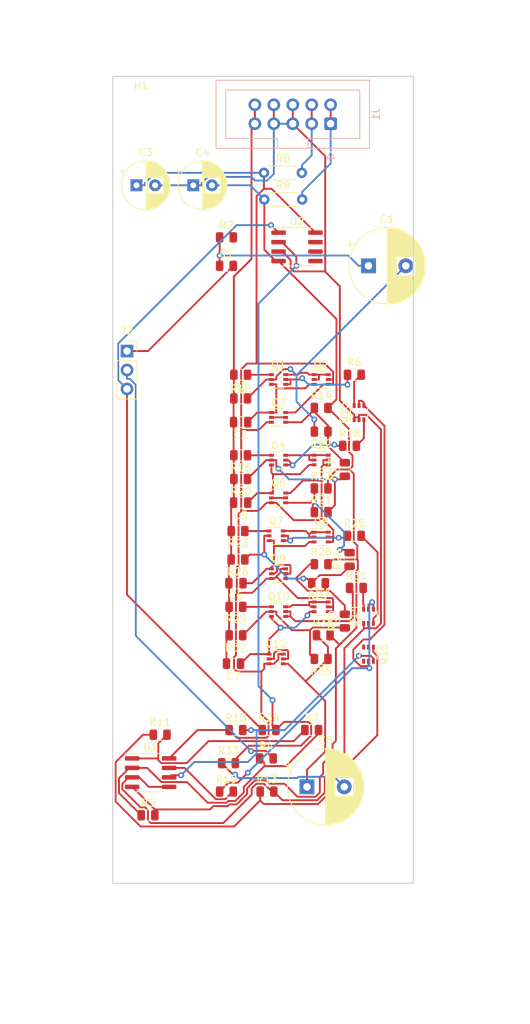
<source format=kicad_pcb>
(kicad_pcb (version 20171130) (host pcbnew 5.1.10)
  (title_block (title "(title)") (comment 1 "PCB for panel") (comment 2 "(description)") (comment 4 "License CC BY 4.0 - Attribution 4.0 International"))
  (layers (0 F.Cu signal) (31 B.Cu signal) (34 B.Paste user) (35 F.Paste user) (36 B.SilkS user) (37 F.SilkS user) (38 B.Mask user) (39 F.Mask user) (44 Edge.Cuts user))
  (net 0 "")
  (net 1 "Net-(C1-Pad2)")
  (net 2 "Net-(C1-Pad1)")
  (net 3 +5V)
  (net 4 "Net-(C2-Pad1)")
  (net 5 GND)
  (net 6 +15V)
  (net 7 -15V)
  (net 8 "Net-(C5-Pad1)")
  (net 9 "Net-(C6-Pad1)")
  (net 10 "Net-(C7-Pad1)")
  (net 11 "Net-(C8-Pad2)")
  (net 12 "Net-(C8-Pad1)")
  (net 13 VP)
  (net 14 VN)
  (net 15 /OUT)
  (net 16 /CV)
  (net 17 /IN)
  (net 18 "Net-(Q1-Pad6)")
  (net 19 "Net-(Q1-Pad4)")
  (net 20 "Net-(Q1-Pad1)")
  (net 21 "Net-(Q3-Pad4)")
  (net 22 "Net-(Q3-Pad2)")
  (net 23 "Net-(Q4-Pad6)")
  (net 24 "Net-(Q4-Pad4)")
  (net 25 "Net-(Q4-Pad2)")
  (net 26 "Net-(Q4-Pad1)")
  (net 27 "Net-(Q6-Pad4)")
  (net 28 "Net-(Q6-Pad2)")
  (net 29 "Net-(Q10-Pad1)")
  (net 30 "Net-(Q12-Pad2)")
  (net 31 "Net-(Q13-Pad6)")
  (net 32 "Net-(Q13-Pad4)")
  (net 33 "Net-(Q15-Pad2)")
  (net 34 "Net-(R2-Pad2)")
  (net 35 "Net-(R4-Pad1)")
  (net 36 "Net-(R11-Pad2)")
  (net 37 "Net-(R19-Pad2)")
  (net 38 "Net-(R33-Pad2)")
  (net 39 "Net-(U2-Pad7)")
  (net 40 "Net-(U2-Pad6)")
  (net 41 "Net-(U2-Pad5)")
  (net 42 "Net-(Q7-Pad6)")
  (net 43 "Net-(Q7-Pad4)")
  (net 44 "Net-(Q7-Pad2)")
  (net 45 "Net-(Q7-Pad1)")
  (net 46 "Net-(Q9-Pad4)")
  (net 47 "Net-(Q9-Pad2)")
  (net 48 "Net-(Q10-Pad6)")
  (net 49 "Net-(Q10-Pad4)")
  (net 50 "Net-(Q10-Pad2)")
  (net 51 "Net-(Q13-Pad3)")
  (net 52 "Net-(Q14-Pad6)")
  (net 53 "Net-(Q14-Pad3)")
  (net 54 "Net-(Q15-Pad6)")
  (net 55 "Net-(Q15-Pad4)")
  (net 56 "Net-(Q15-Pad3)")
  (net 57 "Net-(Q15-Pad1)")
  (module Package_TO_SOT_SMD:SOT-363_SC-70-6 (layer F.Cu) (at 85.09 123.19 90)
    (fp_text reference Q14 (at 0 -2 90) (layer F.SilkS))
    (fp_text value DMMT3904W)
    (pad 6 smd rect (at 0.95 -0.65 90) (size 0.65 0.4) (layers F.Cu F.Paste F.Mask) (net 52 "Net-(Q14-Pad6)"))
    (pad 4 smd rect (at 0.95 0.65 90) (size 0.65 0.4) (layers F.Cu F.Paste F.Mask) (net 32 "Net-(Q13-Pad4)"))
    (pad 2 smd rect (at -0.95 0 90) (size 0.65 0.4) (layers F.Cu F.Paste F.Mask) (net 5 GND))
    (pad 5 smd rect (at 0.95 0 90) (size 0.65 0.4) (layers F.Cu F.Paste F.Mask) (net 32 "Net-(Q13-Pad4)"))
    (pad 3 smd rect (at -0.95 0.65 90) (size 0.65 0.4) (layers F.Cu F.Paste F.Mask) (net 53 "Net-(Q14-Pad3)"))
    (pad 1 smd rect (at -0.95 -0.65 90) (size 0.65 0.4) (layers F.Cu F.Paste F.Mask) (net 5 GND))
  )
  (module Package_TO_SOT_SMD:SOT-363_SC-70-6 (layer F.Cu) (at 83.82 95.885 90)
    (fp_text reference Q13 (at 0 -2 90) (layer F.SilkS))
    (fp_text value DMMT3904W)
    (pad 6 smd rect (at 0.95 -0.65 90) (size 0.65 0.4) (layers F.Cu F.Paste F.Mask) (net 31 "Net-(Q13-Pad6)"))
    (pad 4 smd rect (at 0.95 0.65 90) (size 0.65 0.4) (layers F.Cu F.Paste F.Mask) (net 32 "Net-(Q13-Pad4)"))
    (pad 2 smd rect (at -0.95 0 90) (size 0.65 0.4) (layers F.Cu F.Paste F.Mask) (net 5 GND))
    (pad 5 smd rect (at 0.95 0 90) (size 0.65 0.4) (layers F.Cu F.Paste F.Mask) (net 32 "Net-(Q13-Pad4)"))
    (pad 3 smd rect (at -0.95 0.65 90) (size 0.65 0.4) (layers F.Cu F.Paste F.Mask) (net 51 "Net-(Q13-Pad3)"))
    (pad 1 smd rect (at -0.95 -0.65 90) (size 0.65 0.4) (layers F.Cu F.Paste F.Mask) (net 5 GND))
  )
  (module Package_SO:SOIC-8_3.9x4.9mm_P1.27mm (layer F.Cu) (at 75.5 73.66)
    (fp_text reference U2 (at 0 -3.4) (layer F.SilkS))
    (fp_text value TL072)
    (pad 8 smd roundrect (at 2.475 -1.905) (size 1.95 0.6) (layers F.Cu F.Paste F.Mask) (net 6 +15V))
    (pad 7 smd roundrect (at 2.475 -0.635) (size 1.95 0.6) (layers F.Cu F.Paste F.Mask) (net 39 "Net-(U2-Pad7)"))
    (pad 6 smd roundrect (at 2.475 0.635) (size 1.95 0.6) (layers F.Cu F.Paste F.Mask) (net 40 "Net-(U2-Pad6)"))
    (pad 5 smd roundrect (at 2.475 1.905) (size 1.95 0.6) (layers F.Cu F.Paste F.Mask) (net 41 "Net-(U2-Pad5)"))
    (pad 4 smd roundrect (at -2.475 1.905) (size 1.95 0.6) (layers F.Cu F.Paste F.Mask) (net 7 -15V))
    (pad 3 smd roundrect (at -2.475 0.635) (size 1.95 0.6) (layers F.Cu F.Paste F.Mask) (net 5 GND))
    (pad 2 smd roundrect (at -2.475 -0.635) (size 1.95 0.6) (layers F.Cu F.Paste F.Mask) (net 38 "Net-(R33-Pad2)"))
    (pad 1 smd roundrect (at -2.475 -1.905) (size 1.95 0.6) (layers F.Cu F.Paste F.Mask) (net 15 /OUT))
  )
  (module Package_SO:SOIC-8_3.9x4.9mm_P1.27mm (layer F.Cu) (at 55.88 144.145)
    (fp_text reference U1 (at 0 -3.4) (layer F.SilkS))
    (fp_text value TL072)
    (pad 8 smd roundrect (at 2.475 -1.905) (size 1.95 0.6) (layers F.Cu F.Paste F.Mask) (net 6 +15V))
    (pad 7 smd roundrect (at 2.475 -0.635) (size 1.95 0.6) (layers F.Cu F.Paste F.Mask) (net 37 "Net-(R19-Pad2)"))
    (pad 6 smd roundrect (at 2.475 0.635) (size 1.95 0.6) (layers F.Cu F.Paste F.Mask) (net 54 "Net-(Q15-Pad6)"))
    (pad 5 smd roundrect (at 2.475 1.905) (size 1.95 0.6) (layers F.Cu F.Paste F.Mask) (net 5 GND))
    (pad 4 smd roundrect (at -2.475 1.905) (size 1.95 0.6) (layers F.Cu F.Paste F.Mask) (net 7 -15V))
    (pad 3 smd roundrect (at -2.475 0.635) (size 1.95 0.6) (layers F.Cu F.Paste F.Mask) (net 5 GND))
    (pad 2 smd roundrect (at -2.475 -0.635) (size 1.95 0.6) (layers F.Cu F.Paste F.Mask) (net 35 "Net-(R4-Pad1)"))
    (pad 1 smd roundrect (at -2.475 -1.905) (size 1.95 0.6) (layers F.Cu F.Paste F.Mask) (net 36 "Net-(R11-Pad2)"))
  )
  (module Resistor_SMD:R_0805_2012Metric (layer F.Cu) (at 79.0175 125.73)
    (fp_text reference R36 (at 0 -1.65) (layer F.SilkS))
    (fp_text value 10k)
    (pad 2 smd roundrect (at 0.9125 0) (size 1.025 1.4) (layers F.Cu F.Paste F.Mask) (roundrect_rratio 0.243902) (net 7 -15V))
    (pad 1 smd roundrect (at -0.9125 0) (size 1.025 1.4) (layers F.Cu F.Paste F.Mask) (roundrect_rratio 0.243902) (net 12 "Net-(C8-Pad1)"))
  )
  (module Resistor_SMD:R_0805_2012Metric (layer F.Cu) (at 78.74 128.905 180)
    (fp_text reference R35 (at 0 -1.65) (layer F.SilkS))
    (fp_text value 10k)
    (pad 2 smd roundrect (at 0.9125 0 180) (size 1.025 1.4) (layers F.Cu F.Paste F.Mask) (roundrect_rratio 0.243902) (net 50 "Net-(Q10-Pad2)"))
    (pad 1 smd roundrect (at -0.9125 0 180) (size 1.025 1.4) (layers F.Cu F.Paste F.Mask) (roundrect_rratio 0.243902) (net 12 "Net-(C8-Pad1)"))
  )
  (module Resistor_SMD:R_0805_2012Metric (layer F.Cu) (at 71.755 138.43)
    (fp_text reference R34 (at 0 -1.65) (layer F.SilkS))
    (fp_text value 100k)
    (pad 2 smd roundrect (at 0.9125 0) (size 1.025 1.4) (layers F.Cu F.Paste F.Mask) (roundrect_rratio 0.243902) (net 38 "Net-(R33-Pad2)"))
    (pad 1 smd roundrect (at -0.9125 0) (size 1.025 1.4) (layers F.Cu F.Paste F.Mask) (roundrect_rratio 0.243902) (net 15 /OUT))
  )
  (module Resistor_SMD:R_0805_2012Metric (layer F.Cu) (at 66.3175 142.875)
    (fp_text reference R33 (at 0 -1.65) (layer F.SilkS))
    (fp_text value 10k)
    (pad 2 smd roundrect (at 0.9125 0) (size 1.025 1.4) (layers F.Cu F.Paste F.Mask) (roundrect_rratio 0.243902) (net 38 "Net-(R33-Pad2)"))
    (pad 1 smd roundrect (at -0.9125 0) (size 1.025 1.4) (layers F.Cu F.Paste F.Mask) (roundrect_rratio 0.243902) (net 11 "Net-(C8-Pad2)"))
  )
  (module Resistor_SMD:R_0805_2012Metric (layer F.Cu) (at 67.31 125.73 180)
    (fp_text reference R32 (at 0 -1.65) (layer F.SilkS))
    (fp_text value 220)
    (pad 2 smd roundrect (at 0.9125 0 180) (size 1.025 1.4) (layers F.Cu F.Paste F.Mask) (roundrect_rratio 0.243902) (net 3 +5V))
    (pad 1 smd roundrect (at -0.9125 0 180) (size 1.025 1.4) (layers F.Cu F.Paste F.Mask) (roundrect_rratio 0.243902) (net 50 "Net-(Q10-Pad2)"))
  )
  (module Resistor_SMD:R_0805_2012Metric (layer F.Cu) (at 83.4625 119.38)
    (fp_text reference R31 (at 0 -1.65) (layer F.SilkS))
    (fp_text value 1k)
    (pad 2 smd roundrect (at 0.9125 0) (size 1.025 1.4) (layers F.Cu F.Paste F.Mask) (roundrect_rratio 0.243902) (net 52 "Net-(Q14-Pad6)"))
    (pad 1 smd roundrect (at -0.9125 0) (size 1.025 1.4) (layers F.Cu F.Paste F.Mask) (roundrect_rratio 0.243902) (net 49 "Net-(Q10-Pad4)"))
  )
  (module Resistor_SMD:R_0805_2012Metric (layer F.Cu) (at 81.915 123.825 90)
    (fp_text reference R30 (at 0 -1.65 90) (layer F.SilkS))
    (fp_text value 10k)
    (pad 2 smd roundrect (at 0.9125 0 90) (size 1.025 1.4) (layers F.Cu F.Paste F.Mask) (roundrect_rratio 0.243902) (net 46 "Net-(Q9-Pad4)"))
    (pad 1 smd roundrect (at -0.9125 0 90) (size 1.025 1.4) (layers F.Cu F.Paste F.Mask) (roundrect_rratio 0.243902) (net 50 "Net-(Q10-Pad2)"))
  )
  (module Resistor_SMD:R_0805_2012Metric (layer F.Cu) (at 67.31 121.92 180)
    (fp_text reference R29 (at 0 -1.65) (layer F.SilkS))
    (fp_text value 220)
    (pad 2 smd roundrect (at 0.9125 0 180) (size 1.025 1.4) (layers F.Cu F.Paste F.Mask) (roundrect_rratio 0.243902) (net 3 +5V))
    (pad 1 smd roundrect (at -0.9125 0 180) (size 1.025 1.4) (layers F.Cu F.Paste F.Mask) (roundrect_rratio 0.243902) (net 29 "Net-(Q10-Pad1)"))
  )
  (module Resistor_SMD:R_0805_2012Metric (layer F.Cu) (at 78.74 116.205)
    (fp_text reference R28 (at 0 -1.65) (layer F.SilkS))
    (fp_text value 10k)
    (pad 2 smd roundrect (at 0.9125 0) (size 1.025 1.4) (layers F.Cu F.Paste F.Mask) (roundrect_rratio 0.243902) (net 7 -15V))
    (pad 1 smd roundrect (at -0.9125 0) (size 1.025 1.4) (layers F.Cu F.Paste F.Mask) (roundrect_rratio 0.243902) (net 46 "Net-(Q9-Pad4)"))
  )
  (module Resistor_SMD:R_0805_2012Metric (layer F.Cu) (at 78.3825 118.745 180)
    (fp_text reference R27 (at 0 -1.65) (layer F.SilkS))
    (fp_text value 10k)
    (pad 2 smd roundrect (at 0.9125 0 180) (size 1.025 1.4) (layers F.Cu F.Paste F.Mask) (roundrect_rratio 0.243902) (net 44 "Net-(Q7-Pad2)"))
    (pad 1 smd roundrect (at -0.9125 0 180) (size 1.025 1.4) (layers F.Cu F.Paste F.Mask) (roundrect_rratio 0.243902) (net 46 "Net-(Q9-Pad4)"))
  )
  (module Resistor_SMD:R_0805_2012Metric (layer F.Cu) (at 67.5875 115.57 180)
    (fp_text reference R26 (at 0 -1.65) (layer F.SilkS))
    (fp_text value 220)
    (pad 2 smd roundrect (at 0.9125 0 180) (size 1.025 1.4) (layers F.Cu F.Paste F.Mask) (roundrect_rratio 0.243902) (net 3 +5V))
    (pad 1 smd roundrect (at -0.9125 0 180) (size 1.025 1.4) (layers F.Cu F.Paste F.Mask) (roundrect_rratio 0.243902) (net 44 "Net-(Q7-Pad2)"))
  )
  (module Resistor_SMD:R_0805_2012Metric (layer F.Cu) (at 83.185 112.395)
    (fp_text reference R25 (at 0 -1.65) (layer F.SilkS))
    (fp_text value 1k)
    (pad 2 smd roundrect (at 0.9125 0) (size 1.025 1.4) (layers F.Cu F.Paste F.Mask) (roundrect_rratio 0.243902) (net 53 "Net-(Q14-Pad3)"))
    (pad 1 smd roundrect (at -0.9125 0) (size 1.025 1.4) (layers F.Cu F.Paste F.Mask) (roundrect_rratio 0.243902) (net 43 "Net-(Q7-Pad4)"))
  )
  (module Resistor_SMD:R_0805_2012Metric (layer F.Cu) (at 82.55 115.57 90)
    (fp_text reference R24 (at 0 -1.65 90) (layer F.SilkS))
    (fp_text value 10k)
    (pad 2 smd roundrect (at 0.9125 0 90) (size 1.025 1.4) (layers F.Cu F.Paste F.Mask) (roundrect_rratio 0.243902) (net 27 "Net-(Q6-Pad4)"))
    (pad 1 smd roundrect (at -0.9125 0 90) (size 1.025 1.4) (layers F.Cu F.Paste F.Mask) (roundrect_rratio 0.243902) (net 44 "Net-(Q7-Pad2)"))
  )
  (module Resistor_SMD:R_0805_2012Metric (layer F.Cu) (at 67.5875 111.76 180)
    (fp_text reference R23 (at 0 -1.65) (layer F.SilkS))
    (fp_text value 220)
    (pad 2 smd roundrect (at 0.9125 0 180) (size 1.025 1.4) (layers F.Cu F.Paste F.Mask) (roundrect_rratio 0.243902) (net 3 +5V))
    (pad 1 smd roundrect (at -0.9125 0 180) (size 1.025 1.4) (layers F.Cu F.Paste F.Mask) (roundrect_rratio 0.243902) (net 45 "Net-(Q7-Pad1)"))
  )
  (module Resistor_SMD:R_0805_2012Metric (layer F.Cu) (at 78.74 106.045)
    (fp_text reference R22 (at 0 -1.65) (layer F.SilkS))
    (fp_text value 10k)
    (pad 2 smd roundrect (at 0.9125 0) (size 1.025 1.4) (layers F.Cu F.Paste F.Mask) (roundrect_rratio 0.243902) (net 7 -15V))
    (pad 1 smd roundrect (at -0.9125 0) (size 1.025 1.4) (layers F.Cu F.Paste F.Mask) (roundrect_rratio 0.243902) (net 27 "Net-(Q6-Pad4)"))
  )
  (module Resistor_SMD:R_0805_2012Metric (layer F.Cu) (at 78.74 109.22)
    (fp_text reference R21 (at 0 -1.65) (layer F.SilkS))
    (fp_text value 10k)
    (pad 2 smd roundrect (at 0.9125 0) (size 1.025 1.4) (layers F.Cu F.Paste F.Mask) (roundrect_rratio 0.243902) (net 25 "Net-(Q4-Pad2)"))
    (pad 1 smd roundrect (at -0.9125 0) (size 1.025 1.4) (layers F.Cu F.Paste F.Mask) (roundrect_rratio 0.243902) (net 27 "Net-(Q6-Pad4)"))
  )
  (module Resistor_SMD:R_0805_2012Metric (layer F.Cu) (at 67.945 104.775 180)
    (fp_text reference R20 (at 0 -1.65) (layer F.SilkS))
    (fp_text value 220)
    (pad 2 smd roundrect (at 0.9125 0 180) (size 1.025 1.4) (layers F.Cu F.Paste F.Mask) (roundrect_rratio 0.243902) (net 3 +5V))
    (pad 1 smd roundrect (at -0.9125 0 180) (size 1.025 1.4) (layers F.Cu F.Paste F.Mask) (roundrect_rratio 0.243902) (net 25 "Net-(Q4-Pad2)"))
  )
  (module Resistor_SMD:R_0805_2012Metric (layer F.Cu) (at 66.04 146.685)
    (fp_text reference R19 (at 0 -1.65) (layer F.SilkS))
    (fp_text value 2.2k)
    (pad 2 smd roundrect (at 0.9125 0) (size 1.025 1.4) (layers F.Cu F.Paste F.Mask) (roundrect_rratio 0.243902) (net 37 "Net-(R19-Pad2)"))
    (pad 1 smd roundrect (at -0.9125 0) (size 1.025 1.4) (layers F.Cu F.Paste F.Mask) (roundrect_rratio 0.243902) (net 32 "Net-(Q13-Pad4)"))
  )
  (module Resistor_SMD:R_0805_2012Metric (layer F.Cu) (at 82.55 100.33)
    (fp_text reference R18 (at 0 -1.65) (layer F.SilkS))
    (fp_text value 1k)
    (pad 2 smd roundrect (at 0.9125 0) (size 1.025 1.4) (layers F.Cu F.Paste F.Mask) (roundrect_rratio 0.243902) (net 51 "Net-(Q13-Pad3)"))
    (pad 1 smd roundrect (at -0.9125 0) (size 1.025 1.4) (layers F.Cu F.Paste F.Mask) (roundrect_rratio 0.243902) (net 24 "Net-(Q4-Pad4)"))
  )
  (module Resistor_SMD:R_0805_2012Metric (layer F.Cu) (at 81.915 103.505 90)
    (fp_text reference R17 (at 0 -1.65 90) (layer F.SilkS))
    (fp_text value 10k)
    (pad 2 smd roundrect (at 0.9125 0 90) (size 1.025 1.4) (layers F.Cu F.Paste F.Mask) (roundrect_rratio 0.243902) (net 21 "Net-(Q3-Pad4)"))
    (pad 1 smd roundrect (at -0.9125 0 90) (size 1.025 1.4) (layers F.Cu F.Paste F.Mask) (roundrect_rratio 0.243902) (net 25 "Net-(Q4-Pad2)"))
  )
  (module Resistor_SMD:R_0805_2012Metric (layer F.Cu) (at 67.945 101.6 180)
    (fp_text reference R16 (at 0 -1.65) (layer F.SilkS))
    (fp_text value 220)
    (pad 2 smd roundrect (at 0.9125 0 180) (size 1.025 1.4) (layers F.Cu F.Paste F.Mask) (roundrect_rratio 0.243902) (net 3 +5V))
    (pad 1 smd roundrect (at -0.9125 0 180) (size 1.025 1.4) (layers F.Cu F.Paste F.Mask) (roundrect_rratio 0.243902) (net 26 "Net-(Q4-Pad1)"))
  )
  (module Resistor_SMD:R_0805_2012Metric (layer F.Cu) (at 67.31 138.43)
    (fp_text reference R15 (at 0 -1.65) (layer F.SilkS))
    (fp_text value 1M)
    (pad 2 smd roundrect (at 0.9125 0) (size 1.025 1.4) (layers F.Cu F.Paste F.Mask) (roundrect_rratio 0.243902) (net 54 "Net-(Q15-Pad6)"))
    (pad 1 smd roundrect (at -0.9125 0) (size 1.025 1.4) (layers F.Cu F.Paste F.Mask) (roundrect_rratio 0.243902) (net 6 +15V))
  )
  (module Resistor_SMD:R_0805_2012Metric (layer F.Cu) (at 78.74 95.25)
    (fp_text reference R14 (at 0 -1.65) (layer F.SilkS))
    (fp_text value 10k)
    (pad 2 smd roundrect (at 0.9125 0) (size 1.025 1.4) (layers F.Cu F.Paste F.Mask) (roundrect_rratio 0.243902) (net 7 -15V))
    (pad 1 smd roundrect (at -0.9125 0) (size 1.025 1.4) (layers F.Cu F.Paste F.Mask) (roundrect_rratio 0.243902) (net 21 "Net-(Q3-Pad4)"))
  )
  (module Resistor_SMD:R_0805_2012Metric (layer F.Cu) (at 71.4775 146.685)
    (fp_text reference R13 (at 0 -1.65) (layer F.SilkS))
    (fp_text value 1k)
    (pad 2 smd roundrect (at 0.9125 0) (size 1.025 1.4) (layers F.Cu F.Paste F.Mask) (roundrect_rratio 0.243902) (net 5 GND))
    (pad 1 smd roundrect (at -0.9125 0) (size 1.025 1.4) (layers F.Cu F.Paste F.Mask) (roundrect_rratio 0.243902) (net 57 "Net-(Q15-Pad1)"))
  )
  (module Resistor_SMD:R_0805_2012Metric (layer F.Cu) (at 78.74 98.425 180)
    (fp_text reference R12 (at 0 -1.65) (layer F.SilkS))
    (fp_text value 10k)
    (pad 2 smd roundrect (at 0.9125 0 180) (size 1.025 1.4) (layers F.Cu F.Paste F.Mask) (roundrect_rratio 0.243902) (net 1 "Net-(C1-Pad2)"))
    (pad 1 smd roundrect (at -0.9125 0 180) (size 1.025 1.4) (layers F.Cu F.Paste F.Mask) (roundrect_rratio 0.243902) (net 21 "Net-(Q3-Pad4)"))
  )
  (module Resistor_SMD:R_0805_2012Metric (layer F.Cu) (at 57.15 139.065)
    (fp_text reference R11 (at 0 -1.65) (layer F.SilkS))
    (fp_text value 27k)
    (pad 2 smd roundrect (at 0.9125 0) (size 1.025 1.4) (layers F.Cu F.Paste F.Mask) (roundrect_rratio 0.243902) (net 36 "Net-(R11-Pad2)"))
    (pad 1 smd roundrect (at -0.9125 0) (size 1.025 1.4) (layers F.Cu F.Paste F.Mask) (roundrect_rratio 0.243902) (net 57 "Net-(Q15-Pad1)"))
  )
  (module Resistor_SMD:R_0805_2012Metric (layer F.Cu) (at 67.945 93.98 180)
    (fp_text reference R10 (at 0 1.27) (layer F.SilkS))
    (fp_text value 220)
    (pad 2 smd roundrect (at 0.9125 0 180) (size 1.025 1.4) (layers F.Cu F.Paste F.Mask) (roundrect_rratio 0.243902) (net 3 +5V))
    (pad 1 smd roundrect (at -0.9125 0 180) (size 1.025 1.4) (layers F.Cu F.Paste F.Mask) (roundrect_rratio 0.243902) (net 1 "Net-(C1-Pad2)"))
  )
  (module Resistor_THT:R_Axial_DIN0204_L3.6mm_D1.6mm_P5.08mm_Horizontal (layer F.Cu) (at 71.12 67.31)
    (fp_text reference R9 (at 2.54 -1.92) (layer F.SilkS))
    (fp_text value 10)
    (pad 2 thru_hole oval (at 5.08 0) (size 1.4 1.4) (drill 0.7) (layers *.Cu *.Mask) (net 14 VN))
    (pad 1 thru_hole circle (at 0 0) (size 1.4 1.4) (drill 0.7) (layers *.Cu *.Mask) (net 7 -15V))
  )
  (module Resistor_THT:R_Axial_DIN0204_L3.6mm_D1.6mm_P5.08mm_Horizontal (layer F.Cu) (at 71.0704 63.735)
    (fp_text reference R8 (at 2.54 -1.92) (layer F.SilkS))
    (fp_text value 10)
    (pad 2 thru_hole oval (at 5.08 0) (size 1.4 1.4) (drill 0.7) (layers *.Cu *.Mask) (net 13 VP))
    (pad 1 thru_hole circle (at 0 0) (size 1.4 1.4) (drill 0.7) (layers *.Cu *.Mask) (net 6 +15V))
  )
  (module Resistor_SMD:R_0805_2012Metric (layer F.Cu) (at 77.47 138.43)
    (fp_text reference R7 (at 0 -1.65) (layer F.SilkS))
    (fp_text value 51k)
    (pad 2 smd roundrect (at 0.9125 0) (size 1.025 1.4) (layers F.Cu F.Paste F.Mask) (roundrect_rratio 0.243902) (net 35 "Net-(R4-Pad1)"))
    (pad 1 smd roundrect (at -0.9125 0) (size 1.025 1.4) (layers F.Cu F.Paste F.Mask) (roundrect_rratio 0.243902) (net 36 "Net-(R11-Pad2)"))
  )
  (module Resistor_SMD:R_0805_2012Metric (layer F.Cu) (at 83.185 90.805)
    (fp_text reference R6 (at 0 -1.65) (layer F.SilkS))
    (fp_text value 1k)
    (pad 2 smd roundrect (at 0.9125 0) (size 1.025 1.4) (layers F.Cu F.Paste F.Mask) (roundrect_rratio 0.243902) (net 31 "Net-(Q13-Pad6)"))
    (pad 1 smd roundrect (at -0.9125 0) (size 1.025 1.4) (layers F.Cu F.Paste F.Mask) (roundrect_rratio 0.243902) (net 19 "Net-(Q1-Pad4)"))
  )
  (module Resistor_SMD:R_0805_2012Metric (layer F.Cu) (at 55.5225 149.86)
    (fp_text reference R5 (at 0 -1.65) (layer F.SilkS))
    (fp_text value 200k)
    (pad 2 smd roundrect (at 0.9125 0) (size 1.025 1.4) (layers F.Cu F.Paste F.Mask) (roundrect_rratio 0.243902) (net 7 -15V))
    (pad 1 smd roundrect (at -0.9125 0) (size 1.025 1.4) (layers F.Cu F.Paste F.Mask) (roundrect_rratio 0.243902) (net 35 "Net-(R4-Pad1)"))
  )
  (module Resistor_SMD:R_0805_2012Metric (layer F.Cu) (at 71.3975 142.24)
    (fp_text reference R4 (at 0 -1.65) (layer F.SilkS))
    (fp_text value 100k)
    (pad 2 smd roundrect (at 0.9125 0) (size 1.025 1.4) (layers F.Cu F.Paste F.Mask) (roundrect_rratio 0.243902) (net 16 /CV))
    (pad 1 smd roundrect (at -0.9125 0) (size 1.025 1.4) (layers F.Cu F.Paste F.Mask) (roundrect_rratio 0.243902) (net 35 "Net-(R4-Pad1)"))
  )
  (module Resistor_SMD:R_0805_2012Metric (layer F.Cu) (at 67.945 90.805 180)
    (fp_text reference R3 (at 0 -1.65) (layer F.SilkS))
    (fp_text value 220)
    (pad 2 smd roundrect (at 0.9125 0 180) (size 1.025 1.4) (layers F.Cu F.Paste F.Mask) (roundrect_rratio 0.243902) (net 3 +5V))
    (pad 1 smd roundrect (at -0.9125 0 180) (size 1.025 1.4) (layers F.Cu F.Paste F.Mask) (roundrect_rratio 0.243902) (net 20 "Net-(Q1-Pad1)"))
  )
  (module Resistor_SMD:R_0805_2012Metric (layer F.Cu) (at 66.04 72.39)
    (fp_text reference R2 (at 0 -1.65) (layer F.SilkS))
    (fp_text value 10k)
    (pad 2 smd roundrect (at 0.9125 0) (size 1.025 1.4) (layers F.Cu F.Paste F.Mask) (roundrect_rratio 0.243902) (net 34 "Net-(R2-Pad2)"))
    (pad 1 smd roundrect (at -0.9125 0) (size 1.025 1.4) (layers F.Cu F.Paste F.Mask) (roundrect_rratio 0.243902) (net 2 "Net-(C1-Pad1)"))
  )
  (module Resistor_SMD:R_0805_2012Metric (layer F.Cu) (at 66.04 76.2)
    (fp_text reference R1 (at 0 -1.65) (layer F.SilkS))
    (fp_text value 10k)
    (pad 2 smd roundrect (at 0.9125 0) (size 1.025 1.4) (layers F.Cu F.Paste F.Mask) (roundrect_rratio 0.243902) (net 17 /IN))
    (pad 1 smd roundrect (at -0.9125 0) (size 1.025 1.4) (layers F.Cu F.Paste F.Mask) (roundrect_rratio 0.243902) (net 2 "Net-(C1-Pad1)"))
  )
  (module Package_TO_SOT_SMD:SOT-363_SC-70-6 (layer F.Cu) (at 72.705 128.905)
    (fp_text reference Q12 (at 0 -2) (layer F.SilkS))
    (fp_text value DMMT3904W)
    (pad 6 smd rect (at 0.95 -0.65) (size 0.65 0.4) (layers F.Cu F.Paste F.Mask) (net 6 +15V))
    (pad 4 smd rect (at 0.95 0.65) (size 0.65 0.4) (layers F.Cu F.Paste F.Mask) (net 12 "Net-(C8-Pad1)"))
    (pad 2 smd rect (at -0.95 0) (size 0.65 0.4) (layers F.Cu F.Paste F.Mask) (net 30 "Net-(Q12-Pad2)"))
    (pad 5 smd rect (at 0.95 0) (size 0.65 0.4) (layers F.Cu F.Paste F.Mask) (net 30 "Net-(Q12-Pad2)"))
    (pad 3 smd rect (at -0.95 0.65) (size 0.65 0.4) (layers F.Cu F.Paste F.Mask) (net 6 +15V))
    (pad 1 smd rect (at -0.95 -0.65) (size 0.65 0.4) (layers F.Cu F.Paste F.Mask) (net 10 "Net-(C7-Pad1)"))
  )
  (module Package_TO_SOT_SMD:SOT-363_SC-70-6 (layer F.Cu) (at 78.74 121.92)
    (fp_text reference Q11 (at 0 -2) (layer F.SilkS))
    (fp_text value DMMT3906W)
    (pad 6 smd rect (at 0.95 -0.65) (size 0.65 0.4) (layers F.Cu F.Paste F.Mask) (net 48 "Net-(Q10-Pad6)"))
    (pad 4 smd rect (at 0.95 0.65) (size 0.65 0.4) (layers F.Cu F.Paste F.Mask) (net 6 +15V))
    (pad 2 smd rect (at -0.95 0) (size 0.65 0.4) (layers F.Cu F.Paste F.Mask) (net 48 "Net-(Q10-Pad6)"))
    (pad 5 smd rect (at 0.95 0) (size 0.65 0.4) (layers F.Cu F.Paste F.Mask) (net 6 +15V))
    (pad 3 smd rect (at -0.95 0.65) (size 0.65 0.4) (layers F.Cu F.Paste F.Mask) (net 10 "Net-(C7-Pad1)"))
    (pad 1 smd rect (at -0.95 -0.65) (size 0.65 0.4) (layers F.Cu F.Paste F.Mask) (net 48 "Net-(Q10-Pad6)"))
  )
  (module Package_TO_SOT_SMD:SOT-363_SC-70-6 (layer F.Cu) (at 73.025 122.555)
    (fp_text reference Q10 (at 0 -2) (layer F.SilkS))
    (fp_text value DMMT3904W)
    (pad 6 smd rect (at 0.95 -0.65) (size 0.65 0.4) (layers F.Cu F.Paste F.Mask) (net 48 "Net-(Q10-Pad6)"))
    (pad 4 smd rect (at 0.95 0.65) (size 0.65 0.4) (layers F.Cu F.Paste F.Mask) (net 49 "Net-(Q10-Pad4)"))
    (pad 2 smd rect (at -0.95 0) (size 0.65 0.4) (layers F.Cu F.Paste F.Mask) (net 50 "Net-(Q10-Pad2)"))
    (pad 5 smd rect (at 0.95 0) (size 0.65 0.4) (layers F.Cu F.Paste F.Mask) (net 49 "Net-(Q10-Pad4)"))
    (pad 3 smd rect (at -0.95 0.65) (size 0.65 0.4) (layers F.Cu F.Paste F.Mask) (net 10 "Net-(C7-Pad1)"))
    (pad 1 smd rect (at -0.95 -0.65) (size 0.65 0.4) (layers F.Cu F.Paste F.Mask) (net 29 "Net-(Q10-Pad1)"))
  )
  (module Package_TO_SOT_SMD:SOT-363_SC-70-6 (layer F.Cu) (at 73.025 117.475)
    (fp_text reference Q9 (at 0 -2) (layer F.SilkS))
    (fp_text value DMMT3904W)
    (pad 6 smd rect (at 0.95 -0.65) (size 0.65 0.4) (layers F.Cu F.Paste F.Mask) (net 6 +15V))
    (pad 4 smd rect (at 0.95 0.65) (size 0.65 0.4) (layers F.Cu F.Paste F.Mask) (net 46 "Net-(Q9-Pad4)"))
    (pad 2 smd rect (at -0.95 0) (size 0.65 0.4) (layers F.Cu F.Paste F.Mask) (net 47 "Net-(Q9-Pad2)"))
    (pad 5 smd rect (at 0.95 0) (size 0.65 0.4) (layers F.Cu F.Paste F.Mask) (net 47 "Net-(Q9-Pad2)"))
    (pad 3 smd rect (at -0.95 0.65) (size 0.65 0.4) (layers F.Cu F.Paste F.Mask) (net 6 +15V))
    (pad 1 smd rect (at -0.95 -0.65) (size 0.65 0.4) (layers F.Cu F.Paste F.Mask) (net 9 "Net-(C6-Pad1)"))
  )
  (module Package_TO_SOT_SMD:SOT-363_SC-70-6 (layer F.Cu) (at 78.74 112.565)
    (fp_text reference Q8 (at 0 -2) (layer F.SilkS))
    (fp_text value DMMT3906W)
    (pad 6 smd rect (at 0.95 -0.65) (size 0.65 0.4) (layers F.Cu F.Paste F.Mask) (net 42 "Net-(Q7-Pad6)"))
    (pad 4 smd rect (at 0.95 0.65) (size 0.65 0.4) (layers F.Cu F.Paste F.Mask) (net 6 +15V))
    (pad 2 smd rect (at -0.95 0) (size 0.65 0.4) (layers F.Cu F.Paste F.Mask) (net 42 "Net-(Q7-Pad6)"))
    (pad 5 smd rect (at 0.95 0) (size 0.65 0.4) (layers F.Cu F.Paste F.Mask) (net 6 +15V))
    (pad 3 smd rect (at -0.95 0.65) (size 0.65 0.4) (layers F.Cu F.Paste F.Mask) (net 9 "Net-(C6-Pad1)"))
    (pad 1 smd rect (at -0.95 -0.65) (size 0.65 0.4) (layers F.Cu F.Paste F.Mask) (net 42 "Net-(Q7-Pad6)"))
  )
  (module Package_TO_SOT_SMD:SOT-363_SC-70-6 (layer F.Cu) (at 72.705 112.395)
    (fp_text reference Q7 (at 0 -2) (layer F.SilkS))
    (fp_text value DMMT3904W)
    (pad 6 smd rect (at 0.95 -0.65) (size 0.65 0.4) (layers F.Cu F.Paste F.Mask) (net 42 "Net-(Q7-Pad6)"))
    (pad 4 smd rect (at 0.95 0.65) (size 0.65 0.4) (layers F.Cu F.Paste F.Mask) (net 43 "Net-(Q7-Pad4)"))
    (pad 2 smd rect (at -0.95 0) (size 0.65 0.4) (layers F.Cu F.Paste F.Mask) (net 44 "Net-(Q7-Pad2)"))
    (pad 5 smd rect (at 0.95 0) (size 0.65 0.4) (layers F.Cu F.Paste F.Mask) (net 43 "Net-(Q7-Pad4)"))
    (pad 3 smd rect (at -0.95 0.65) (size 0.65 0.4) (layers F.Cu F.Paste F.Mask) (net 9 "Net-(C6-Pad1)"))
    (pad 1 smd rect (at -0.95 -0.65) (size 0.65 0.4) (layers F.Cu F.Paste F.Mask) (net 45 "Net-(Q7-Pad1)"))
  )
  (module Package_TO_SOT_SMD:SOT-363_SC-70-6 (layer F.Cu) (at 73.025 107.315)
    (fp_text reference Q6 (at 0 -2) (layer F.SilkS))
    (fp_text value DMMT3904W)
    (pad 6 smd rect (at 0.95 -0.65) (size 0.65 0.4) (layers F.Cu F.Paste F.Mask) (net 6 +15V))
    (pad 4 smd rect (at 0.95 0.65) (size 0.65 0.4) (layers F.Cu F.Paste F.Mask) (net 27 "Net-(Q6-Pad4)"))
    (pad 2 smd rect (at -0.95 0) (size 0.65 0.4) (layers F.Cu F.Paste F.Mask) (net 28 "Net-(Q6-Pad2)"))
    (pad 5 smd rect (at 0.95 0) (size 0.65 0.4) (layers F.Cu F.Paste F.Mask) (net 28 "Net-(Q6-Pad2)"))
    (pad 3 smd rect (at -0.95 0.65) (size 0.65 0.4) (layers F.Cu F.Paste F.Mask) (net 6 +15V))
    (pad 1 smd rect (at -0.95 -0.65) (size 0.65 0.4) (layers F.Cu F.Paste F.Mask) (net 8 "Net-(C5-Pad1)"))
  )
  (module Package_TO_SOT_SMD:SOT-363_SC-70-6 (layer F.Cu) (at 85.09 128.27 270)
    (fp_text reference Q15 (at 0 -2 90) (layer F.SilkS))
    (fp_text value DMMT3904W)
    (pad 6 smd rect (at 0.95 -0.65 270) (size 0.65 0.4) (layers F.Cu F.Paste F.Mask) (net 54 "Net-(Q15-Pad6)"))
    (pad 4 smd rect (at 0.95 0.65 270) (size 0.65 0.4) (layers F.Cu F.Paste F.Mask) (net 55 "Net-(Q15-Pad4)"))
    (pad 2 smd rect (at -0.95 0 270) (size 0.65 0.4) (layers F.Cu F.Paste F.Mask) (net 33 "Net-(Q15-Pad2)"))
    (pad 5 smd rect (at 0.95 0 270) (size 0.65 0.4) (layers F.Cu F.Paste F.Mask) (net 32 "Net-(Q13-Pad4)"))
    (pad 3 smd rect (at -0.95 0.65 270) (size 0.65 0.4) (layers F.Cu F.Paste F.Mask) (net 56 "Net-(Q15-Pad3)"))
    (pad 1 smd rect (at -0.95 -0.65 270) (size 0.65 0.4) (layers F.Cu F.Paste F.Mask) (net 57 "Net-(Q15-Pad1)"))
  )
  (module Package_TO_SOT_SMD:SOT-363_SC-70-6 (layer F.Cu) (at 78.74 102.235)
    (fp_text reference Q5 (at 0 -2) (layer F.SilkS))
    (fp_text value DMMT3906W)
    (pad 6 smd rect (at 0.95 -0.65) (size 0.65 0.4) (layers F.Cu F.Paste F.Mask) (net 23 "Net-(Q4-Pad6)"))
    (pad 4 smd rect (at 0.95 0.65) (size 0.65 0.4) (layers F.Cu F.Paste F.Mask) (net 6 +15V))
    (pad 2 smd rect (at -0.95 0) (size 0.65 0.4) (layers F.Cu F.Paste F.Mask) (net 23 "Net-(Q4-Pad6)"))
    (pad 5 smd rect (at 0.95 0) (size 0.65 0.4) (layers F.Cu F.Paste F.Mask) (net 6 +15V))
    (pad 3 smd rect (at -0.95 0.65) (size 0.65 0.4) (layers F.Cu F.Paste F.Mask) (net 8 "Net-(C5-Pad1)"))
    (pad 1 smd rect (at -0.95 -0.65) (size 0.65 0.4) (layers F.Cu F.Paste F.Mask) (net 23 "Net-(Q4-Pad6)"))
  )
  (module Package_TO_SOT_SMD:SOT-363_SC-70-6 (layer F.Cu) (at 73.025 102.25)
    (fp_text reference Q4 (at 0 -2) (layer F.SilkS))
    (fp_text value DMMT3904W)
    (pad 6 smd rect (at 0.95 -0.65) (size 0.65 0.4) (layers F.Cu F.Paste F.Mask) (net 23 "Net-(Q4-Pad6)"))
    (pad 4 smd rect (at 0.95 0.65) (size 0.65 0.4) (layers F.Cu F.Paste F.Mask) (net 24 "Net-(Q4-Pad4)"))
    (pad 2 smd rect (at -0.95 0) (size 0.65 0.4) (layers F.Cu F.Paste F.Mask) (net 25 "Net-(Q4-Pad2)"))
    (pad 5 smd rect (at 0.95 0) (size 0.65 0.4) (layers F.Cu F.Paste F.Mask) (net 24 "Net-(Q4-Pad4)"))
    (pad 3 smd rect (at -0.95 0.65) (size 0.65 0.4) (layers F.Cu F.Paste F.Mask) (net 8 "Net-(C5-Pad1)"))
    (pad 1 smd rect (at -0.95 -0.65) (size 0.65 0.4) (layers F.Cu F.Paste F.Mask) (net 26 "Net-(Q4-Pad1)"))
  )
  (module Package_TO_SOT_SMD:SOT-363_SC-70-6 (layer F.Cu) (at 73.025 96.52)
    (fp_text reference Q3 (at 0 -2) (layer F.SilkS))
    (fp_text value DMMT3904W)
    (pad 6 smd rect (at 0.95 -0.65) (size 0.65 0.4) (layers F.Cu F.Paste F.Mask) (net 6 +15V))
    (pad 4 smd rect (at 0.95 0.65) (size 0.65 0.4) (layers F.Cu F.Paste F.Mask) (net 21 "Net-(Q3-Pad4)"))
    (pad 2 smd rect (at -0.95 0) (size 0.65 0.4) (layers F.Cu F.Paste F.Mask) (net 22 "Net-(Q3-Pad2)"))
    (pad 5 smd rect (at 0.95 0) (size 0.65 0.4) (layers F.Cu F.Paste F.Mask) (net 22 "Net-(Q3-Pad2)"))
    (pad 3 smd rect (at -0.95 0.65) (size 0.65 0.4) (layers F.Cu F.Paste F.Mask) (net 6 +15V))
    (pad 1 smd rect (at -0.95 -0.65) (size 0.65 0.4) (layers F.Cu F.Paste F.Mask) (net 4 "Net-(C2-Pad1)"))
  )
  (module Package_TO_SOT_SMD:SOT-363_SC-70-6 (layer F.Cu) (at 78.74 91.44)
    (fp_text reference Q2 (at 0 -2) (layer F.SilkS))
    (fp_text value DMMT3906W)
    (pad 6 smd rect (at 0.95 -0.65) (size 0.65 0.4) (layers F.Cu F.Paste F.Mask) (net 18 "Net-(Q1-Pad6)"))
    (pad 4 smd rect (at 0.95 0.65) (size 0.65 0.4) (layers F.Cu F.Paste F.Mask) (net 6 +15V))
    (pad 2 smd rect (at -0.95 0) (size 0.65 0.4) (layers F.Cu F.Paste F.Mask) (net 18 "Net-(Q1-Pad6)"))
    (pad 5 smd rect (at 0.95 0) (size 0.65 0.4) (layers F.Cu F.Paste F.Mask) (net 6 +15V))
    (pad 3 smd rect (at -0.95 0.65) (size 0.65 0.4) (layers F.Cu F.Paste F.Mask) (net 4 "Net-(C2-Pad1)"))
    (pad 1 smd rect (at -0.95 -0.65) (size 0.65 0.4) (layers F.Cu F.Paste F.Mask) (net 18 "Net-(Q1-Pad6)"))
  )
  (module Package_TO_SOT_SMD:SOT-363_SC-70-6 (layer F.Cu) (at 73.025 91.44)
    (fp_text reference Q1 (at 0 -2) (layer F.SilkS))
    (fp_text value DMMT3904W)
    (pad 6 smd rect (at 0.95 -0.65) (size 0.65 0.4) (layers F.Cu F.Paste F.Mask) (net 18 "Net-(Q1-Pad6)"))
    (pad 4 smd rect (at 0.95 0.65) (size 0.65 0.4) (layers F.Cu F.Paste F.Mask) (net 19 "Net-(Q1-Pad4)"))
    (pad 2 smd rect (at -0.95 0) (size 0.65 0.4) (layers F.Cu F.Paste F.Mask) (net 1 "Net-(C1-Pad2)"))
    (pad 5 smd rect (at 0.95 0) (size 0.65 0.4) (layers F.Cu F.Paste F.Mask) (net 19 "Net-(Q1-Pad4)"))
    (pad 3 smd rect (at -0.95 0.65) (size 0.65 0.4) (layers F.Cu F.Paste F.Mask) (net 4 "Net-(C2-Pad1)"))
    (pad 1 smd rect (at -0.95 -0.65) (size 0.65 0.4) (layers F.Cu F.Paste F.Mask) (net 20 "Net-(Q1-Pad1)"))
  )
  (module Connector_PinSocket_2.54mm:PinSocket_1x03_P2.54mm_Vertical (layer F.Cu) (at 52.705 87.63)
    (fp_text reference J2 (at 0 -2.77) (layer F.SilkS))
    (fp_text value Conn_01x03_Female)
    (pad 3 thru_hole oval (at 0 5.08) (size 1.7 1.7) (drill 1) (layers *.Cu *.Mask) (net 15 /OUT))
    (pad 2 thru_hole oval (at 0 2.54) (size 1.7 1.7) (drill 1) (layers *.Cu *.Mask) (net 16 /CV))
    (pad 1 thru_hole rect (at 0 0) (size 1.7 1.7) (drill 1) (layers *.Cu *.Mask) (net 17 /IN))
  )
  (module Connector_IDC:IDC-Header_2x05_P2.54mm_Vertical (layer B.Cu) (at 80.01 57.15 90)
    (fp_text reference J1 (at 1.27 6.1 90) (layer B.SilkS) (effects (justify mirror)))
    (fp_text value "10 Pos")
    (pad 10 thru_hole circle (at 2.54 -10.16 90) (size 1.7 1.7) (drill 1) (layers *.Cu *.Mask) (net 3 +5V))
    (pad 8 thru_hole circle (at 2.54 -7.62 90) (size 1.7 1.7) (drill 1) (layers *.Cu *.Mask) (net 5 GND))
    (pad 6 thru_hole circle (at 2.54 -5.08 90) (size 1.7 1.7) (drill 1) (layers *.Cu *.Mask) (net 5 GND))
    (pad 4 thru_hole circle (at 2.54 -2.54 90) (size 1.7 1.7) (drill 1) (layers *.Cu *.Mask) (net 13 VP))
    (pad 2 thru_hole circle (at 2.54 0 90) (size 1.7 1.7) (drill 1) (layers *.Cu *.Mask) (net 14 VN))
    (pad 9 thru_hole circle (at 0 -10.16 90) (size 1.7 1.7) (drill 1) (layers *.Cu *.Mask) (net 3 +5V))
    (pad 7 thru_hole circle (at 0 -7.62 90) (size 1.7 1.7) (drill 1) (layers *.Cu *.Mask) (net 5 GND))
    (pad 5 thru_hole circle (at 0 -5.08 90) (size 1.7 1.7) (drill 1) (layers *.Cu *.Mask) (net 5 GND))
    (pad 3 thru_hole circle (at 0 -2.54 90) (size 1.7 1.7) (drill 1) (layers *.Cu *.Mask) (net 13 VP))
    (pad 1 thru_hole roundrect (at 0 0 90) (size 1.7 1.7) (drill 1) (layers *.Cu *.Mask) (roundrect_rratio 0.147059) (net 14 VN))
  )
  (module MountingHole:MountingHole_2.2mm_M2 (layer F.Cu) (at 54.61 55.245)
    (fp_text reference H1 (at 0 -3.2) (layer F.SilkS))
    (fp_text value MountingHole)
    (pad 1 np_thru_hole circle (at 0 0) (size 2.2 2.2) (drill 2.2) (layers *.Cu *.Mask))
  )
  (module Capacitor_THT:CP_Radial_D10.0mm_P5.00mm (layer F.Cu) (at 76.835 146.05)
    (fp_text reference C8 (at 2.5 -6.25) (layer F.SilkS))
    (fp_text value 10u)
    (pad 2 thru_hole circle (at 5 0) (size 2 2) (drill 1) (layers *.Cu *.Mask) (net 11 "Net-(C8-Pad2)"))
    (pad 1 thru_hole rect (at 0 0) (size 2 2) (drill 1) (layers *.Cu *.Mask) (net 12 "Net-(C8-Pad1)"))
  )
  (module Capacitor_SMD:C_0805_2012Metric (layer F.Cu) (at 66.99 129.54 180)
    (fp_text reference C7 (at 0 -1.68) (layer F.SilkS))
    (fp_text value 1n)
    (pad 2 smd roundrect (at 0.95 0 180) (size 1 1.45) (layers F.Cu F.Paste F.Mask) (net 3 +5V))
    (pad 1 smd roundrect (at -0.95 0 180) (size 1 1.45) (layers F.Cu F.Paste F.Mask) (net 10 "Net-(C7-Pad1)"))
  )
  (module Capacitor_SMD:C_0805_2012Metric (layer F.Cu) (at 67.31 118.745 180)
    (fp_text reference C6 (at 0 -1.68) (layer F.SilkS))
    (fp_text value 1n)
    (pad 2 smd roundrect (at 0.95 0 180) (size 1 1.45) (layers F.Cu F.Paste F.Mask) (net 3 +5V))
    (pad 1 smd roundrect (at -0.95 0 180) (size 1 1.45) (layers F.Cu F.Paste F.Mask) (net 9 "Net-(C6-Pad1)"))
  )
  (module Capacitor_SMD:C_0805_2012Metric (layer F.Cu) (at 67.945 107.95 180)
    (fp_text reference C5 (at 0 -1.68) (layer F.SilkS))
    (fp_text value 1n)
    (pad 2 smd roundrect (at 0.95 0 180) (size 1 1.45) (layers F.Cu F.Paste F.Mask) (net 3 +5V))
    (pad 1 smd roundrect (at -0.95 0 180) (size 1 1.45) (layers F.Cu F.Paste F.Mask) (net 8 "Net-(C5-Pad1)"))
  )
  (module Capacitor_THT:CP_Radial_D6.3mm_P2.50mm (layer F.Cu) (at 61.595 65.405)
    (fp_text reference C4 (at 1.25 -4.4) (layer F.SilkS))
    (fp_text value 22u)
    (pad 2 thru_hole circle (at 2.5 0) (size 1.6 1.6) (drill 0.8) (layers *.Cu *.Mask) (net 7 -15V))
    (pad 1 thru_hole rect (at 0 0) (size 1.6 1.6) (drill 0.8) (layers *.Cu *.Mask) (net 5 GND))
  )
  (module Capacitor_THT:CP_Radial_D6.3mm_P2.50mm (layer F.Cu) (at 53.975 65.405)
    (fp_text reference C3 (at 1.25 -4.4) (layer F.SilkS))
    (fp_text value 22u)
    (pad 2 thru_hole circle (at 2.5 0) (size 1.6 1.6) (drill 0.8) (layers *.Cu *.Mask) (net 5 GND))
    (pad 1 thru_hole rect (at 0 0) (size 1.6 1.6) (drill 0.8) (layers *.Cu *.Mask) (net 6 +15V))
  )
  (module Capacitor_SMD:C_0805_2012Metric (layer F.Cu) (at 67.945 97.155 180)
    (fp_text reference C2 (at 0 -1.68) (layer F.SilkS))
    (fp_text value 1n)
    (pad 2 smd roundrect (at 0.95 0 180) (size 1 1.45) (layers F.Cu F.Paste F.Mask) (net 3 +5V))
    (pad 1 smd roundrect (at -0.95 0 180) (size 1 1.45) (layers F.Cu F.Paste F.Mask) (net 4 "Net-(C2-Pad1)"))
  )
  (module Capacitor_THT:CP_Radial_D10.0mm_P5.00mm (layer F.Cu) (at 85.09 76.2)
    (fp_text reference C1 (at 2.5 -6.25) (layer F.SilkS))
    (fp_text value 10u)
    (pad 2 thru_hole circle (at 5 0) (size 2 2) (drill 1) (layers *.Cu *.Mask) (net 1 "Net-(C1-Pad2)"))
    (pad 1 thru_hole rect (at 0 0) (size 2 2) (drill 1) (layers *.Cu *.Mask) (net 2 "Net-(C1-Pad1)"))
  )
  (module MountingHole:MountingHole_2.2mm_M2 (layer F.Cu) (at 88.56 156.44)
    (fp_text reference H4 hide)
    (fp_text value MountingHole hide)
    (pad 1 np_thru_hole circle (at 0 0) (size 2.2 2.2) (drill 2.2) (layers *.Cu *.Mask))
  )
  (module MountingHole:MountingHole_2.2mm_M2 (layer F.Cu) (at 53.34 156.44)
    (fp_text reference H3 hide)
    (fp_text value MountingHole hide)
    (pad 1 np_thru_hole circle (at 0 0) (size 2.2 2.2) (drill 2.2) (layers *.Cu *.Mask))
  )
  (module MountingHole:MountingHole_2.2mm_M2 (layer F.Cu) (at 88.56 53.34)
    (fp_text reference H2 hide)
    (fp_text value MountingHole hide)
    (pad 1 np_thru_hole circle (at 0 0) (size 2.2 2.2) (drill 2.2) (layers *.Cu *.Mask))
  )
  (gr_line (start 50.8 50.8) (end 50.8 158.98) (layer Edge.Cuts) (width 0.15))
  (gr_line (start 91.1 158.98) (end 50.8 158.98) (layer Edge.Cuts) (width 0.15))
  (gr_line (start 91.1 50.8) (end 91.1 158.98) (layer Edge.Cuts) (width 0.15))
  (gr_line (start 50.8 50.8) (end 91.1 50.8) (layer Edge.Cuts) (width 0.15))
  (segment (start 75.4339 90.8561) (end 75.4339 94.4078) (width 0.25) (layer B.Cu) (net 1))
  (segment (start 75.4339 94.4078) (end 77.8275 96.8014) (width 0.25) (layer B.Cu) (net 1))
  (segment (start 90.09 76.2) (end 75.4339 90.8561) (width 0.25) (layer B.Cu) (net 1))
  (segment (start 75.4339 90.8561) (end 74.6253 90.0475) (width 0.25) (layer B.Cu) (net 1))
  (segment (start 74.6253 90.0475) (end 74.612 90.0475) (width 0.25) (layer B.Cu) (net 1))
  (segment (start 74.612 90.0475) (end 73.7155 90.0475) (width 0.25) (layer F.Cu) (net 1))
  (segment (start 73.7155 90.0475) (end 72.7253 91.0377) (width 0.25) (layer F.Cu) (net 1))
  (segment (start 72.7253 91.0377) (end 72.7253 91.44) (width 0.25) (layer F.Cu) (net 1))
  (segment (start 72.075 91.44) (end 72.7253 91.44) (width 0.25) (layer F.Cu) (net 1))
  (segment (start 68.8575 93.98) (end 71.3975 91.44) (width 0.25) (layer F.Cu) (net 1))
  (segment (start 71.3975 91.44) (end 72.075 91.44) (width 0.25) (layer F.Cu) (net 1))
  (segment (start 77.8275 98.425) (end 77.8275 96.8014) (width 0.25) (layer F.Cu) (net 1))
  (via (at 74.612 90.0475) (size 0.8) (layers F.Cu B.Cu) (net 1))
  (via (at 77.8275 96.8014) (size 0.8) (layers F.Cu B.Cu) (net 1))
  (segment (start 65.1275 74.8174) (end 65.1275 72.39) (width 0.25) (layer F.Cu) (net 2))
  (segment (start 65.1275 76.2) (end 65.1275 74.8174) (width 0.25) (layer F.Cu) (net 2))
  (segment (start 85.09 76.2) (end 83.7647 76.2) (width 0.25) (layer B.Cu) (net 2))
  (segment (start 83.7647 76.2) (end 82.3821 74.8174) (width 0.25) (layer B.Cu) (net 2))
  (segment (start 82.3821 74.8174) (end 65.1275 74.8174) (width 0.25) (layer B.Cu) (net 2))
  (via (at 65.1275 74.8174) (size 0.8) (layers F.Cu B.Cu) (net 2))
  (segment (start 66.3975 121.92) (end 66.3975 125.73) (width 0.25) (layer F.Cu) (net 3))
  (segment (start 66.36 118.745) (end 66.3975 118.7825) (width 0.25) (layer F.Cu) (net 3))
  (segment (start 66.3975 118.7825) (end 66.3975 121.92) (width 0.25) (layer F.Cu) (net 3))
  (segment (start 66.3975 125.73) (end 66.04 126.0875) (width 0.25) (layer F.Cu) (net 3))
  (segment (start 66.04 126.0875) (end 66.04 129.54) (width 0.25) (layer F.Cu) (net 3))
  (segment (start 66.995 107.95) (end 66.675 108.27) (width 0.25) (layer F.Cu) (net 3))
  (segment (start 66.675 108.27) (end 66.675 111.76) (width 0.25) (layer F.Cu) (net 3))
  (segment (start 67.0325 104.775) (end 67.0325 107.9125) (width 0.25) (layer F.Cu) (net 3))
  (segment (start 67.0325 107.9125) (end 66.995 107.95) (width 0.25) (layer F.Cu) (net 3))
  (segment (start 66.995 97.155) (end 66.995 101.5625) (width 0.25) (layer F.Cu) (net 3))
  (segment (start 66.995 101.5625) (end 67.0325 101.6) (width 0.25) (layer F.Cu) (net 3))
  (segment (start 67.0325 93.98) (end 66.995 94.0175) (width 0.25) (layer F.Cu) (net 3))
  (segment (start 66.995 94.0175) (end 66.995 97.155) (width 0.25) (layer F.Cu) (net 3))
  (segment (start 69.85 57.15) (end 69.3998 57.6002) (width 0.25) (layer F.Cu) (net 3))
  (segment (start 69.3998 57.6002) (end 69.3998 75.2806) (width 0.25) (layer F.Cu) (net 3))
  (segment (start 69.3998 75.2806) (end 67.0325 77.6479) (width 0.25) (layer F.Cu) (net 3))
  (segment (start 67.0325 77.6479) (end 67.0325 90.805) (width 0.25) (layer F.Cu) (net 3))
  (segment (start 67.0325 93.98) (end 67.0325 90.805) (width 0.25) (layer F.Cu) (net 3))
  (segment (start 69.85 57.15) (end 69.85 54.61) (width 0.25) (layer F.Cu) (net 3))
  (segment (start 66.675 115.57) (end 66.36 115.885) (width 0.25) (layer F.Cu) (net 3))
  (segment (start 66.36 115.885) (end 66.36 118.745) (width 0.25) (layer F.Cu) (net 3))
  (segment (start 66.675 111.76) (end 66.675 115.57) (width 0.25) (layer F.Cu) (net 3))
  (segment (start 67.0325 101.6) (end 67.0325 104.775) (width 0.25) (layer F.Cu) (net 3))
  (segment (start 72.7253 92.6216) (end 72.7253 92.09) (width 0.25) (layer F.Cu) (net 4))
  (segment (start 72.7253 95.87) (end 72.7253 92.6216) (width 0.25) (layer F.Cu) (net 4))
  (segment (start 72.7253 92.6216) (end 76.6081 92.6216) (width 0.25) (layer F.Cu) (net 4))
  (segment (start 76.6081 92.6216) (end 77.1397 92.09) (width 0.25) (layer F.Cu) (net 4))
  (segment (start 77.79 92.09) (end 77.1397 92.09) (width 0.25) (layer F.Cu) (net 4))
  (segment (start 72.075 92.09) (end 72.7253 92.09) (width 0.25) (layer F.Cu) (net 4))
  (segment (start 72.075 95.87) (end 72.7253 95.87) (width 0.25) (layer F.Cu) (net 4))
  (segment (start 68.895 97.155) (end 70.18 95.87) (width 0.25) (layer F.Cu) (net 4))
  (segment (start 70.18 95.87) (end 72.075 95.87) (width 0.25) (layer F.Cu) (net 4))
  (segment (start 85.09 124.7903) (end 86.0983 124.7903) (width 0.25) (layer F.Cu) (net 5))
  (segment (start 86.0983 124.7903) (end 86.7577 124.1309) (width 0.25) (layer F.Cu) (net 5))
  (segment (start 86.7577 124.1309) (end 86.7577 98.1334) (width 0.25) (layer F.Cu) (net 5))
  (segment (start 86.7577 98.1334) (end 84.809 96.1847) (width 0.25) (layer F.Cu) (net 5))
  (segment (start 84.809 96.1847) (end 83.82 96.1847) (width 0.25) (layer F.Cu) (net 5))
  (segment (start 84.5526 124.7903) (end 85.09 124.7903) (width 0.25) (layer F.Cu) (net 5))
  (segment (start 84.44 124.6777) (end 84.5526 124.7903) (width 0.25) (layer F.Cu) (net 5))
  (segment (start 84.5526 124.7903) (end 81.8572 127.4857) (width 0.25) (layer F.Cu) (net 5))
  (segment (start 81.8572 127.4857) (end 81.8572 142.3026) (width 0.25) (layer F.Cu) (net 5))
  (segment (start 81.8572 142.3026) (end 79.234 144.9258) (width 0.25) (layer F.Cu) (net 5))
  (segment (start 79.234 144.9258) (end 79.234 146.8182) (width 0.25) (layer F.Cu) (net 5))
  (segment (start 79.234 146.8182) (end 78.2007 147.8515) (width 0.25) (layer F.Cu) (net 5))
  (segment (start 78.2007 147.8515) (end 73.5565 147.8515) (width 0.25) (layer F.Cu) (net 5))
  (segment (start 73.5565 147.8515) (end 72.39 146.685) (width 0.25) (layer F.Cu) (net 5))
  (segment (start 53.405 144.78) (end 52.9289 144.78) (width 0.25) (layer F.Cu) (net 5))
  (segment (start 52.9289 144.78) (end 52.0782 145.6307) (width 0.25) (layer F.Cu) (net 5))
  (segment (start 52.0782 145.6307) (end 52.0782 146.3705) (width 0.25) (layer F.Cu) (net 5))
  (segment (start 52.0782 146.3705) (end 54.5121 148.8044) (width 0.25) (layer F.Cu) (net 5))
  (segment (start 54.5121 148.8044) (end 55.1437 148.8044) (width 0.25) (layer F.Cu) (net 5))
  (segment (start 55.1437 148.8044) (end 55.5225 149.1832) (width 0.25) (layer F.Cu) (net 5))
  (segment (start 55.5225 149.1832) (end 55.5225 150.5279) (width 0.25) (layer F.Cu) (net 5))
  (segment (start 55.5225 150.5279) (end 55.904 150.9094) (width 0.25) (layer F.Cu) (net 5))
  (segment (start 55.904 150.9094) (end 65.6141 150.9094) (width 0.25) (layer F.Cu) (net 5))
  (segment (start 65.6141 150.9094) (end 69.4257 147.0978) (width 0.25) (layer F.Cu) (net 5))
  (segment (start 69.4257 147.0978) (end 69.4257 146.2618) (width 0.25) (layer F.Cu) (net 5))
  (segment (start 69.4257 146.2618) (end 70.0528 145.6347) (width 0.25) (layer F.Cu) (net 5))
  (segment (start 70.0528 145.6347) (end 71.066 145.6347) (width 0.25) (layer F.Cu) (net 5))
  (segment (start 71.066 145.6347) (end 72.1163 146.685) (width 0.25) (layer F.Cu) (net 5))
  (segment (start 72.1163 146.685) (end 72.39 146.685) (width 0.25) (layer F.Cu) (net 5))
  (segment (start 83.17 96.5098) (end 83.17 96.1847) (width 0.25) (layer F.Cu) (net 5))
  (segment (start 83.17 96.835) (end 83.17 96.5098) (width 0.25) (layer F.Cu) (net 5))
  (segment (start 83.82 96.5098) (end 83.82 96.1847) (width 0.25) (layer F.Cu) (net 5))
  (segment (start 83.82 96.835) (end 83.82 96.5098) (width 0.25) (layer F.Cu) (net 5))
  (segment (start 83.17 96.5098) (end 83.82 96.5098) (width 0.25) (layer F.Cu) (net 5))
  (segment (start 79.2473 76.952) (end 75.1008 76.952) (width 0.25) (layer F.Cu) (net 5))
  (segment (start 75.1008 76.952) (end 74.6403 76.4915) (width 0.25) (layer F.Cu) (net 5))
  (segment (start 74.6403 76.4915) (end 74.6403 75.4246) (width 0.25) (layer F.Cu) (net 5))
  (segment (start 74.6403 75.4246) (end 73.5107 74.295) (width 0.25) (layer F.Cu) (net 5))
  (segment (start 73.5107 74.295) (end 73.025 74.295) (width 0.25) (layer F.Cu) (net 5))
  (segment (start 74.93 57.15) (end 79.285 61.505) (width 0.25) (layer F.Cu) (net 5))
  (segment (start 79.285 61.505) (end 79.285 76.9143) (width 0.25) (layer F.Cu) (net 5))
  (segment (start 79.285 76.9143) (end 79.2473 76.952) (width 0.25) (layer F.Cu) (net 5))
  (segment (start 79.2473 76.952) (end 81.2418 78.9465) (width 0.25) (layer F.Cu) (net 5))
  (segment (start 81.2418 78.9465) (end 81.2418 94.2565) (width 0.25) (layer F.Cu) (net 5))
  (segment (start 81.2418 94.2565) (end 83.17 96.1847) (width 0.25) (layer F.Cu) (net 5))
  (segment (start 58.355 146.05) (end 55.6279 146.05) (width 0.25) (layer F.Cu) (net 5))
  (segment (start 55.6279 146.05) (end 54.3579 144.78) (width 0.25) (layer F.Cu) (net 5))
  (segment (start 54.3579 144.78) (end 53.405 144.78) (width 0.25) (layer F.Cu) (net 5))
  (segment (start 84.44 124.14) (end 84.44 124.6777) (width 0.25) (layer F.Cu) (net 5))
  (segment (start 85.09 124.14) (end 85.09 124.7903) (width 0.25) (layer F.Cu) (net 5))
  (segment (start 62.7203 65.405) (end 62.7203 65.1237) (width 0.25) (layer B.Cu) (net 5))
  (segment (start 62.7203 65.1237) (end 63.5644 64.2796) (width 0.25) (layer B.Cu) (net 5))
  (segment (start 63.5644 64.2796) (end 69.3862 64.2796) (width 0.25) (layer B.Cu) (net 5))
  (segment (start 69.3862 64.2796) (end 69.8694 64.7628) (width 0.25) (layer B.Cu) (net 5))
  (segment (start 69.8694 64.7628) (end 71.5112 64.7628) (width 0.25) (layer B.Cu) (net 5))
  (segment (start 71.5112 64.7628) (end 72.39 63.884) (width 0.25) (layer B.Cu) (net 5))
  (segment (start 72.39 63.884) (end 72.39 57.15) (width 0.25) (layer B.Cu) (net 5))
  (segment (start 56.475 65.405) (end 61.595 65.405) (width 0.25) (layer B.Cu) (net 5))
  (segment (start 72.39 57.15) (end 74.93 57.15) (width 0.25) (layer B.Cu) (net 5))
  (segment (start 74.93 54.61) (end 74.93 57.15) (width 0.25) (layer F.Cu) (net 5))
  (segment (start 61.595 65.405) (end 62.7203 65.405) (width 0.25) (layer B.Cu) (net 5))
  (segment (start 72.39 57.15) (end 72.39 54.61) (width 0.25) (layer F.Cu) (net 5))
  (segment (start 68.0181 109.0587) (end 67.6611 109.4157) (width 0.25) (layer F.Cu) (net 6))
  (segment (start 67.6611 109.4157) (end 67.6611 116.3689) (width 0.25) (layer F.Cu) (net 6))
  (segment (start 67.6611 116.3689) (end 67.4284 116.6016) (width 0.25) (layer F.Cu) (net 6))
  (segment (start 67.4284 116.6016) (end 67.4284 119.9147) (width 0.25) (layer F.Cu) (net 6))
  (segment (start 67.4284 119.9147) (end 67.5468 120.0331) (width 0.25) (layer F.Cu) (net 6))
  (segment (start 68.0181 98.2128) (end 68.0181 109.0587) (width 0.25) (layer F.Cu) (net 6))
  (segment (start 68.0181 109.0587) (end 70.331 109.0587) (width 0.25) (layer F.Cu) (net 6))
  (segment (start 70.331 109.0587) (end 71.4247 107.965) (width 0.25) (layer F.Cu) (net 6))
  (segment (start 72.075 107.965) (end 71.4247 107.965) (width 0.25) (layer F.Cu) (net 6))
  (segment (start 70.0751 89.3051) (end 68.7952 89.3051) (width 0.25) (layer F.Cu) (net 6))
  (segment (start 68.7952 89.3051) (end 68.0181 90.0822) (width 0.25) (layer F.Cu) (net 6))
  (segment (start 68.0181 90.0822) (end 68.0181 98.2128) (width 0.25) (layer F.Cu) (net 6))
  (segment (start 68.0181 98.2128) (end 70.3819 98.2128) (width 0.25) (layer F.Cu) (net 6))
  (segment (start 70.3819 98.2128) (end 71.4247 97.17) (width 0.25) (layer F.Cu) (net 6))
  (segment (start 67.5468 120.0331) (end 67.31 120.2699) (width 0.25) (layer F.Cu) (net 6))
  (segment (start 67.31 120.2699) (end 67.31 128.415) (width 0.25) (layer F.Cu) (net 6))
  (segment (start 67.31 128.415) (end 67.0514 128.6736) (width 0.25) (layer F.Cu) (net 6))
  (segment (start 67.0514 128.6736) (end 67.0514 130.2073) (width 0.25) (layer F.Cu) (net 6))
  (segment (start 67.0514 130.2073) (end 67.4364 130.5923) (width 0.25) (layer F.Cu) (net 6))
  (segment (start 67.4364 130.5923) (end 70.7177 130.5923) (width 0.25) (layer F.Cu) (net 6))
  (segment (start 71.4247 118.125) (end 69.5166 120.0331) (width 0.25) (layer F.Cu) (net 6))
  (segment (start 69.5166 120.0331) (end 67.5468 120.0331) (width 0.25) (layer F.Cu) (net 6))
  (segment (start 72.075 107.965) (end 72.7253 107.965) (width 0.25) (layer F.Cu) (net 6))
  (segment (start 72.7253 107.965) (end 75.0572 110.2969) (width 0.25) (layer F.Cu) (net 6))
  (segment (start 75.0572 110.2969) (end 78.5221 110.2969) (width 0.25) (layer F.Cu) (net 6))
  (segment (start 78.5221 110.2969) (end 78.7973 110.0217) (width 0.25) (layer F.Cu) (net 6))
  (segment (start 78.7973 110.0217) (end 78.7973 104.9829) (width 0.25) (layer F.Cu) (net 6))
  (segment (start 80.3001 112.565) (end 80.3636 112.5015) (width 0.25) (layer F.Cu) (net 6))
  (segment (start 80.3636 112.5015) (end 80.3636 111.588) (width 0.25) (layer F.Cu) (net 6))
  (segment (start 80.3636 111.588) (end 78.7973 110.0217) (width 0.25) (layer F.Cu) (net 6))
  (segment (start 58.355 142.24) (end 62.165 138.43) (width 0.25) (layer F.Cu) (net 6))
  (segment (start 62.165 138.43) (end 66.3975 138.43) (width 0.25) (layer F.Cu) (net 6))
  (segment (start 70.7177 130.5923) (end 70.7177 136.3206) (width 0.25) (layer F.Cu) (net 6))
  (segment (start 70.7177 136.3206) (end 71.6814 137.2843) (width 0.25) (layer F.Cu) (net 6))
  (segment (start 71.6814 137.2843) (end 71.6814 139.1899) (width 0.25) (layer F.Cu) (net 6))
  (segment (start 71.6814 139.1899) (end 71.4002 139.4711) (width 0.25) (layer F.Cu) (net 6))
  (segment (start 71.4002 139.4711) (end 67.4386 139.4711) (width 0.25) (layer F.Cu) (net 6))
  (segment (start 67.4386 139.4711) (end 66.3975 138.43) (width 0.25) (layer F.Cu) (net 6))
  (segment (start 79.69 92.09) (end 79.0397 92.09) (width 0.25) (layer F.Cu) (net 6))
  (segment (start 79.0397 92.09) (end 75.2597 95.87) (width 0.25) (layer F.Cu) (net 6))
  (segment (start 75.2597 95.87) (end 73.975 95.87) (width 0.25) (layer F.Cu) (net 6))
  (segment (start 79.8526 92.09) (end 79.69 92.09) (width 0.25) (layer F.Cu) (net 6))
  (segment (start 71.755 129.555) (end 71.1047 129.555) (width 0.25) (layer F.Cu) (net 6))
  (segment (start 70.7177 130.5923) (end 71.1047 130.2053) (width 0.25) (layer F.Cu) (net 6))
  (segment (start 71.1047 130.2053) (end 71.1047 129.555) (width 0.25) (layer F.Cu) (net 6))
  (segment (start 73.655 128.255) (end 73.0047 128.255) (width 0.25) (layer F.Cu) (net 6))
  (segment (start 71.755 129.555) (end 72.4053 129.555) (width 0.25) (layer F.Cu) (net 6))
  (segment (start 72.4053 129.555) (end 73.0047 128.9556) (width 0.25) (layer F.Cu) (net 6))
  (segment (start 73.0047 128.9556) (end 73.0047 128.255) (width 0.25) (layer F.Cu) (net 6))
  (segment (start 73.975 106.665) (end 74.6253 106.665) (width 0.25) (layer F.Cu) (net 6))
  (segment (start 78.7973 104.9829) (end 78.7973 103.1454) (width 0.25) (layer F.Cu) (net 6))
  (segment (start 78.7973 103.1454) (end 79.0577 102.885) (width 0.25) (layer F.Cu) (net 6))
  (segment (start 78.7973 104.9829) (end 76.3074 104.9829) (width 0.25) (layer F.Cu) (net 6))
  (segment (start 76.3074 104.9829) (end 74.6253 106.665) (width 0.25) (layer F.Cu) (net 6))
  (segment (start 79.0577 102.885) (end 79.3649 102.885) (width 0.25) (layer F.Cu) (net 6))
  (segment (start 79.0397 102.235) (end 79.0397 102.867) (width 0.25) (layer F.Cu) (net 6))
  (segment (start 79.0397 102.867) (end 79.0577 102.885) (width 0.25) (layer F.Cu) (net 6))
  (segment (start 72.7289 117.8649) (end 73.3247 117.2691) (width 0.25) (layer F.Cu) (net 6))
  (segment (start 73.3247 117.2691) (end 73.3247 116.825) (width 0.25) (layer F.Cu) (net 6))
  (segment (start 72.4378 118.125) (end 72.4688 118.125) (width 0.25) (layer F.Cu) (net 6))
  (segment (start 72.4688 118.125) (end 72.7289 117.8649) (width 0.25) (layer F.Cu) (net 6))
  (segment (start 72.7289 117.8649) (end 75.604 120.74) (width 0.25) (layer F.Cu) (net 6))
  (segment (start 75.604 120.74) (end 80.1878 120.74) (width 0.25) (layer F.Cu) (net 6))
  (segment (start 80.1878 120.74) (end 80.3403 120.8925) (width 0.25) (layer F.Cu) (net 6))
  (segment (start 80.3403 120.8925) (end 80.3403 121.92) (width 0.25) (layer F.Cu) (net 6))
  (segment (start 73.975 116.825) (end 73.3247 116.825) (width 0.25) (layer F.Cu) (net 6))
  (segment (start 72.075 118.125) (end 72.4378 118.125) (width 0.25) (layer F.Cu) (net 6))
  (segment (start 53.975 65.405) (end 55.1003 65.405) (width 0.25) (layer B.Cu) (net 6))
  (segment (start 55.1003 65.405) (end 55.1003 65.1237) (width 0.25) (layer B.Cu) (net 6))
  (segment (start 55.1003 65.1237) (end 56.489 63.735) (width 0.25) (layer B.Cu) (net 6))
  (segment (start 56.489 63.735) (end 71.0704 63.735) (width 0.25) (layer B.Cu) (net 6))
  (segment (start 72.075 118.125) (end 71.4247 118.125) (width 0.25) (layer F.Cu) (net 6))
  (segment (start 80.3403 91.44) (end 80.3403 90.4222) (width 0.25) (layer F.Cu) (net 6))
  (segment (start 80.3403 90.4222) (end 79.2232 89.3051) (width 0.25) (layer F.Cu) (net 6))
  (segment (start 79.2232 89.3051) (end 70.0751 89.3051) (width 0.25) (layer F.Cu) (net 6))
  (segment (start 70.0751 89.3051) (end 70.0751 66.8666) (width 0.25) (layer F.Cu) (net 6))
  (segment (start 70.0751 66.8666) (end 71.0704 65.8713) (width 0.25) (layer F.Cu) (net 6))
  (segment (start 71.0704 65.8713) (end 71.0704 63.735) (width 0.25) (layer F.Cu) (net 6))
  (segment (start 77.975 71.755) (end 72.0913 65.8713) (width 0.25) (layer F.Cu) (net 6))
  (segment (start 72.0913 65.8713) (end 71.0704 65.8713) (width 0.25) (layer F.Cu) (net 6))
  (segment (start 79.69 112.565) (end 80.3001 112.565) (width 0.25) (layer F.Cu) (net 6))
  (segment (start 79.69 113.215) (end 80.3403 113.215) (width 0.25) (layer F.Cu) (net 6))
  (segment (start 80.3001 112.565) (end 80.3403 112.6052) (width 0.25) (layer F.Cu) (net 6))
  (segment (start 80.3403 112.6052) (end 80.3403 113.215) (width 0.25) (layer F.Cu) (net 6))
  (segment (start 79.69 122.57) (end 80.3403 122.57) (width 0.25) (layer F.Cu) (net 6))
  (segment (start 79.69 121.92) (end 80.3403 121.92) (width 0.25) (layer F.Cu) (net 6))
  (segment (start 80.3403 121.92) (end 80.3403 122.57) (width 0.25) (layer F.Cu) (net 6))
  (segment (start 79.69 102.235) (end 79.0397 102.235) (width 0.25) (layer F.Cu) (net 6))
  (segment (start 79.69 102.885) (end 79.3649 102.885) (width 0.25) (layer F.Cu) (net 6))
  (segment (start 72.075 97.17) (end 71.4247 97.17) (width 0.25) (layer F.Cu) (net 6))
  (segment (start 80.3403 91.44) (end 80.3403 91.9036) (width 0.25) (layer F.Cu) (net 6))
  (segment (start 80.3403 91.9036) (end 80.1539 92.09) (width 0.25) (layer F.Cu) (net 6))
  (segment (start 80.1539 92.09) (end 80.0152 92.09) (width 0.25) (layer F.Cu) (net 6))
  (segment (start 79.8526 92.09) (end 80.0152 92.09) (width 0.25) (layer F.Cu) (net 6))
  (segment (start 79.69 91.44) (end 80.3403 91.44) (width 0.25) (layer F.Cu) (net 6))
  (segment (start 81.2049 127.0048) (end 80.7144 127.4953) (width 0.25) (layer F.Cu) (net 7))
  (segment (start 80.7144 127.4953) (end 80.7144 139.8898) (width 0.25) (layer F.Cu) (net 7))
  (segment (start 80.7144 139.8898) (end 80.2642 140.34) (width 0.25) (layer F.Cu) (net 7))
  (segment (start 80.2642 140.34) (end 80.2642 140.9769) (width 0.25) (layer F.Cu) (net 7))
  (segment (start 80.2642 140.9769) (end 79.4591 141.782) (width 0.25) (layer F.Cu) (net 7))
  (segment (start 79.4591 141.782) (end 79.4591 142.4259) (width 0.25) (layer F.Cu) (net 7))
  (segment (start 79.4591 142.4259) (end 79.0088 142.8762) (width 0.25) (layer F.Cu) (net 7))
  (segment (start 79.0088 142.8762) (end 79.0088 144.2891) (width 0.25) (layer F.Cu) (net 7))
  (segment (start 79.0088 144.2891) (end 78.5587 144.7392) (width 0.25) (layer F.Cu) (net 7))
  (segment (start 78.5587 144.7392) (end 78.5587 146.8024) (width 0.25) (layer F.Cu) (net 7))
  (segment (start 78.5587 146.8024) (end 77.9843 147.3768) (width 0.25) (layer F.Cu) (net 7))
  (segment (start 77.9843 147.3768) (end 75.5557 147.3768) (width 0.25) (layer F.Cu) (net 7))
  (segment (start 75.5557 147.3768) (end 73.8136 145.6347) (width 0.25) (layer F.Cu) (net 7))
  (segment (start 73.8136 145.6347) (end 71.8157 145.6347) (width 0.25) (layer F.Cu) (net 7))
  (segment (start 71.8157 145.6347) (end 71.3654 145.1844) (width 0.25) (layer F.Cu) (net 7))
  (segment (start 71.3654 145.1844) (end 69.8662 145.1844) (width 0.25) (layer F.Cu) (net 7))
  (segment (start 69.8662 145.1844) (end 68.8164 146.2342) (width 0.25) (layer F.Cu) (net 7))
  (segment (start 68.8164 146.2342) (end 68.8164 146.9934) (width 0.25) (layer F.Cu) (net 7))
  (segment (start 68.8164 146.9934) (end 67.412 148.3978) (width 0.25) (layer F.Cu) (net 7))
  (segment (start 67.412 148.3978) (end 66.4538 148.3978) (width 0.25) (layer F.Cu) (net 7))
  (segment (start 66.4538 148.3978) (end 66.2219 148.6297) (width 0.25) (layer F.Cu) (net 7))
  (segment (start 66.2219 148.6297) (end 64.2894 148.6297) (width 0.25) (layer F.Cu) (net 7))
  (segment (start 64.2894 148.6297) (end 63.8391 149.08) (width 0.25) (layer F.Cu) (net 7))
  (segment (start 63.8391 149.08) (end 56.435 149.08) (width 0.25) (layer F.Cu) (net 7))
  (segment (start 73.025 75.565) (end 80.7914 83.3314) (width 0.25) (layer F.Cu) (net 7))
  (segment (start 80.7914 83.3314) (end 80.7914 94.1111) (width 0.25) (layer F.Cu) (net 7))
  (segment (start 80.7914 94.1111) (end 79.6525 95.25) (width 0.25) (layer F.Cu) (net 7))
  (segment (start 71.12 67.31) (end 71.12 74.0439) (width 0.25) (layer F.Cu) (net 7))
  (segment (start 71.12 74.0439) (end 72.6411 75.565) (width 0.25) (layer F.Cu) (net 7))
  (segment (start 72.6411 75.565) (end 73.025 75.565) (width 0.25) (layer F.Cu) (net 7))
  (segment (start 81.2049 127.0048) (end 79.93 125.73) (width 0.25) (layer F.Cu) (net 7))
  (segment (start 83.5762 115.57) (end 83.6588 115.6526) (width 0.25) (layer F.Cu) (net 7))
  (segment (start 83.6588 115.6526) (end 83.6588 116.8999) (width 0.25) (layer F.Cu) (net 7))
  (segment (start 83.6588 116.8999) (end 83.4633 117.0954) (width 0.25) (layer F.Cu) (net 7))
  (segment (start 83.4633 117.0954) (end 83.4633 124.7464) (width 0.25) (layer F.Cu) (net 7))
  (segment (start 83.4633 124.7464) (end 81.2049 127.0048) (width 0.25) (layer F.Cu) (net 7))
  (segment (start 56.435 149.08) (end 53.405 146.05) (width 0.25) (layer F.Cu) (net 7))
  (segment (start 56.435 149.86) (end 56.435 149.08) (width 0.25) (layer F.Cu) (net 7))
  (segment (start 83.5762 115.57) (end 83.5863 115.5599) (width 0.25) (layer F.Cu) (net 7))
  (segment (start 83.5863 115.5599) (end 83.5863 113.6908) (width 0.25) (layer F.Cu) (net 7))
  (segment (start 83.5863 113.6908) (end 83.1114 113.2159) (width 0.25) (layer F.Cu) (net 7))
  (segment (start 83.1114 113.2159) (end 83.1114 104.0817) (width 0.25) (layer F.Cu) (net 7))
  (segment (start 83.1114 104.0817) (end 82.5347 103.505) (width 0.25) (layer F.Cu) (net 7))
  (segment (start 79.6525 116.205) (end 80.2875 115.57) (width 0.25) (layer F.Cu) (net 7))
  (segment (start 80.2875 115.57) (end 83.5762 115.57) (width 0.25) (layer F.Cu) (net 7))
  (segment (start 82.5347 103.505) (end 80.8717 103.505) (width 0.25) (layer F.Cu) (net 7))
  (segment (start 80.8717 103.505) (end 79.6525 104.7242) (width 0.25) (layer F.Cu) (net 7))
  (segment (start 79.6525 104.7242) (end 79.6525 106.045) (width 0.25) (layer F.Cu) (net 7))
  (segment (start 79.6525 95.25) (end 82.4764 98.0739) (width 0.25) (layer F.Cu) (net 7))
  (segment (start 82.4764 98.0739) (end 82.4764 101.1509) (width 0.25) (layer F.Cu) (net 7))
  (segment (start 82.4764 101.1509) (end 82.9448 101.6193) (width 0.25) (layer F.Cu) (net 7))
  (segment (start 82.9448 101.6193) (end 82.9448 103.0949) (width 0.25) (layer F.Cu) (net 7))
  (segment (start 82.9448 103.0949) (end 82.5347 103.505) (width 0.25) (layer F.Cu) (net 7))
  (segment (start 64.095 65.405) (end 69.215 65.405) (width 0.25) (layer B.Cu) (net 7))
  (segment (start 69.215 65.405) (end 71.12 67.31) (width 0.25) (layer B.Cu) (net 7))
  (segment (start 72.2749 104.1307) (end 72.075 103.9308) (width 0.25) (layer F.Cu) (net 8))
  (segment (start 72.075 103.9308) (end 72.075 102.9) (width 0.25) (layer F.Cu) (net 8))
  (segment (start 77.1397 102.885) (end 75.894 104.1307) (width 0.25) (layer F.Cu) (net 8))
  (segment (start 75.894 104.1307) (end 72.2749 104.1307) (width 0.25) (layer F.Cu) (net 8))
  (segment (start 72.2749 106.665) (end 72.2749 104.1307) (width 0.25) (layer F.Cu) (net 8))
  (segment (start 77.79 102.885) (end 77.1397 102.885) (width 0.25) (layer F.Cu) (net 8))
  (segment (start 72.075 106.665) (end 72.2749 106.665) (width 0.25) (layer F.Cu) (net 8))
  (segment (start 68.895 107.95) (end 70.18 106.665) (width 0.25) (layer F.Cu) (net 8))
  (segment (start 70.18 106.665) (end 72.075 106.665) (width 0.25) (layer F.Cu) (net 8))
  (segment (start 72.4053 113.7633) (end 72.4053 113.045) (width 0.25) (layer F.Cu) (net 9))
  (segment (start 71.8399 116.825) (end 72.4053 116.2596) (width 0.25) (layer F.Cu) (net 9))
  (segment (start 72.4053 116.2596) (end 72.4053 113.7633) (width 0.25) (layer F.Cu) (net 9))
  (segment (start 72.4053 113.7633) (end 76.5914 113.7633) (width 0.25) (layer F.Cu) (net 9))
  (segment (start 76.5914 113.7633) (end 77.1397 113.215) (width 0.25) (layer F.Cu) (net 9))
  (segment (start 77.79 113.215) (end 77.1397 113.215) (width 0.25) (layer F.Cu) (net 9))
  (segment (start 71.755 113.045) (end 72.4053 113.045) (width 0.25) (layer F.Cu) (net 9))
  (segment (start 71.8399 116.825) (end 71.4247 116.825) (width 0.25) (layer F.Cu) (net 9))
  (segment (start 72.075 116.825) (end 71.8399 116.825) (width 0.25) (layer F.Cu) (net 9))
  (segment (start 68.26 118.745) (end 69.5047 118.745) (width 0.25) (layer F.Cu) (net 9))
  (segment (start 69.5047 118.745) (end 71.4247 116.825) (width 0.25) (layer F.Cu) (net 9))
  (segment (start 76.9028 123.0766) (end 77.1397 122.8397) (width 0.25) (layer F.Cu) (net 10))
  (segment (start 77.1397 122.8397) (end 77.1397 122.57) (width 0.25) (layer F.Cu) (net 10))
  (segment (start 73.3063 124.7103) (end 75.2691 124.7103) (width 0.25) (layer B.Cu) (net 10))
  (segment (start 75.2691 124.7103) (end 76.9028 123.0766) (width 0.25) (layer B.Cu) (net 10))
  (segment (start 73.3063 124.7103) (end 71.755 126.2616) (width 0.25) (layer F.Cu) (net 10))
  (segment (start 71.755 126.2616) (end 71.755 128.255) (width 0.25) (layer F.Cu) (net 10))
  (segment (start 67.94 129.54) (end 69.225 128.255) (width 0.25) (layer F.Cu) (net 10))
  (segment (start 69.225 128.255) (end 71.755 128.255) (width 0.25) (layer F.Cu) (net 10))
  (segment (start 77.79 122.57) (end 77.1397 122.57) (width 0.25) (layer F.Cu) (net 10))
  (segment (start 72.075 123.205) (end 72.075 123.479) (width 0.25) (layer F.Cu) (net 10))
  (segment (start 72.075 123.479) (end 73.3063 124.7103) (width 0.25) (layer F.Cu) (net 10))
  (via (at 76.9028 123.0766) (size 0.8) (layers F.Cu B.Cu) (net 10))
  (via (at 73.3063 124.7103) (size 0.8) (layers F.Cu B.Cu) (net 10))
  (segment (start 67.2119 144.3914) (end 66.9214 144.3914) (width 0.25) (layer F.Cu) (net 11))
  (segment (start 66.9214 144.3914) (end 65.405 142.875) (width 0.25) (layer F.Cu) (net 11))
  (segment (start 81.835 146.05) (end 80.4891 144.7041) (width 0.25) (layer B.Cu) (net 11))
  (segment (start 80.4891 144.7041) (end 75.6786 144.7041) (width 0.25) (layer B.Cu) (net 11))
  (segment (start 75.6786 144.7041) (end 75.5096 144.8731) (width 0.25) (layer B.Cu) (net 11))
  (segment (start 75.5096 144.8731) (end 67.6936 144.8731) (width 0.25) (layer B.Cu) (net 11))
  (segment (start 67.6936 144.8731) (end 67.2119 144.3914) (width 0.25) (layer B.Cu) (net 11))
  (via (at 67.2119 144.3914) (size 0.8) (layers F.Cu B.Cu) (net 11))
  (segment (start 76.6539 131.9036) (end 79.277 134.5267) (width 0.25) (layer F.Cu) (net 12))
  (segment (start 79.277 134.5267) (end 79.277 141.3272) (width 0.25) (layer F.Cu) (net 12))
  (segment (start 79.277 141.3272) (end 76.835 143.7692) (width 0.25) (layer F.Cu) (net 12))
  (segment (start 76.835 143.7692) (end 76.835 144.7247) (width 0.25) (layer F.Cu) (net 12))
  (segment (start 76.6539 131.9036) (end 74.3053 129.555) (width 0.25) (layer F.Cu) (net 12))
  (segment (start 79.6525 128.905) (end 76.6539 131.9036) (width 0.25) (layer F.Cu) (net 12))
  (segment (start 73.655 129.555) (end 74.3053 129.555) (width 0.25) (layer F.Cu) (net 12))
  (segment (start 79.6525 128.905) (end 79.6525 127.2775) (width 0.25) (layer F.Cu) (net 12))
  (segment (start 79.6525 127.2775) (end 78.105 125.73) (width 0.25) (layer F.Cu) (net 12))
  (segment (start 76.835 146.05) (end 76.835 144.7247) (width 0.25) (layer F.Cu) (net 12))
  (segment (start 76.1504 63.735) (end 76.1504 62.7097) (width 0.25) (layer B.Cu) (net 13))
  (segment (start 77.47 57.15) (end 77.47 61.3901) (width 0.25) (layer B.Cu) (net 13))
  (segment (start 77.47 61.3901) (end 76.1504 62.7097) (width 0.25) (layer B.Cu) (net 13))
  (segment (start 77.47 57.15) (end 77.47 54.61) (width 0.25) (layer F.Cu) (net 13))
  (segment (start 80.01 57.15) (end 80.01 54.61) (width 0.25) (layer F.Cu) (net 14))
  (segment (start 76.2 67.31) (end 76.2 66.2847) (width 0.25) (layer B.Cu) (net 14))
  (segment (start 80.01 57.15) (end 80.01 62.4747) (width 0.25) (layer B.Cu) (net 14))
  (segment (start 80.01 62.4747) (end 76.2 66.2847) (width 0.25) (layer B.Cu) (net 14))
  (segment (start 72.0182 70.753) (end 72.023 70.753) (width 0.25) (layer F.Cu) (net 15))
  (segment (start 72.023 70.753) (end 73.025 71.755) (width 0.25) (layer F.Cu) (net 15))
  (segment (start 52.705 92.71) (end 51.5296 91.5346) (width 0.25) (layer B.Cu) (net 15))
  (segment (start 51.5296 91.5346) (end 51.5296 86.6157) (width 0.25) (layer B.Cu) (net 15))
  (segment (start 51.5296 86.6157) (end 67.3923 70.753) (width 0.25) (layer B.Cu) (net 15))
  (segment (start 67.3923 70.753) (end 72.0182 70.753) (width 0.25) (layer B.Cu) (net 15))
  (segment (start 70.8425 138.43) (end 52.705 120.2925) (width 0.25) (layer F.Cu) (net 15))
  (segment (start 52.705 120.2925) (end 52.705 92.71) (width 0.25) (layer F.Cu) (net 15))
  (via (at 72.0182 70.753) (size 0.8) (layers F.Cu B.Cu) (net 15))
  (segment (start 69.3494 141.2621) (end 69.3984 141.2131) (width 0.25) (layer F.Cu) (net 16))
  (segment (start 69.3984 141.2131) (end 71.2831 141.2131) (width 0.25) (layer F.Cu) (net 16))
  (segment (start 71.2831 141.2131) (end 72.31 142.24) (width 0.25) (layer F.Cu) (net 16))
  (segment (start 52.705 91.3453) (end 53.0724 91.3453) (width 0.25) (layer B.Cu) (net 16))
  (segment (start 53.0724 91.3453) (end 53.8803 92.1532) (width 0.25) (layer B.Cu) (net 16))
  (segment (start 53.8803 92.1532) (end 53.8803 125.793) (width 0.25) (layer B.Cu) (net 16))
  (segment (start 53.8803 125.793) (end 69.3494 141.2621) (width 0.25) (layer B.Cu) (net 16))
  (segment (start 52.705 90.17) (end 52.705 91.3453) (width 0.25) (layer B.Cu) (net 16))
  (via (at 69.3494 141.2621) (size 0.8) (layers F.Cu B.Cu) (net 16))
  (segment (start 52.705 87.63) (end 55.5225 87.63) (width 0.25) (layer F.Cu) (net 17))
  (segment (start 55.5225 87.63) (end 66.9525 76.2) (width 0.25) (layer F.Cu) (net 17))
  (segment (start 77.79 90.79) (end 77.1397 90.79) (width 0.25) (layer F.Cu) (net 18))
  (segment (start 77.1397 90.79) (end 76.8928 90.5431) (width 0.25) (layer F.Cu) (net 18))
  (segment (start 76.8928 90.5431) (end 75.8934 90.5431) (width 0.25) (layer F.Cu) (net 18))
  (segment (start 75.8934 90.5431) (end 75.6465 90.79) (width 0.25) (layer F.Cu) (net 18))
  (segment (start 75.6465 90.79) (end 73.975 90.79) (width 0.25) (layer F.Cu) (net 18))
  (segment (start 78.4403 90.79) (end 79.69 90.79) (width 0.25) (layer F.Cu) (net 18))
  (segment (start 78.1152 90.79) (end 78.4403 90.79) (width 0.25) (layer F.Cu) (net 18))
  (segment (start 77.79 90.79) (end 78.1152 90.79) (width 0.25) (layer F.Cu) (net 18))
  (segment (start 77.79 91.44) (end 78.4403 91.44) (width 0.25) (layer F.Cu) (net 18))
  (segment (start 78.4403 90.79) (end 78.4403 91.44) (width 0.25) (layer F.Cu) (net 18))
  (segment (start 74.6253 91.44) (end 73.975 91.44) (width 0.25) (layer F.Cu) (net 19))
  (segment (start 76.1938 91.2684) (end 76.0222 91.44) (width 0.25) (layer F.Cu) (net 19))
  (segment (start 76.0222 91.44) (end 74.6253 91.44) (width 0.25) (layer F.Cu) (net 19))
  (segment (start 74.6253 91.44) (end 74.6253 92.09) (width 0.25) (layer F.Cu) (net 19))
  (segment (start 73.975 92.09) (end 74.6253 92.09) (width 0.25) (layer F.Cu) (net 19))
  (segment (start 82.2725 90.805) (end 82.2733 90.8058) (width 0.25) (layer F.Cu) (net 19))
  (segment (start 82.2733 90.8058) (end 82.2733 92.1347) (width 0.25) (layer F.Cu) (net 19))
  (segment (start 76.1938 91.2684) (end 77.0601 92.1347) (width 0.25) (layer B.Cu) (net 19))
  (segment (start 77.0601 92.1347) (end 82.2733 92.1347) (width 0.25) (layer B.Cu) (net 19))
  (via (at 76.1938 91.2684) (size 0.8) (layers F.Cu B.Cu) (net 19))
  (via (at 82.2733 92.1347) (size 0.8) (layers F.Cu B.Cu) (net 19))
  (segment (start 72.075 90.79) (end 71.4247 90.79) (width 0.25) (layer F.Cu) (net 20))
  (segment (start 68.8575 90.805) (end 71.4097 90.805) (width 0.25) (layer F.Cu) (net 20))
  (segment (start 71.4097 90.805) (end 71.4247 90.79) (width 0.25) (layer F.Cu) (net 20))
  (segment (start 77.6702 95.6119) (end 76.1121 97.17) (width 0.25) (layer F.Cu) (net 21))
  (segment (start 76.1121 97.17) (end 73.975 97.17) (width 0.25) (layer F.Cu) (net 21))
  (segment (start 77.8275 95.25) (end 77.8275 95.4546) (width 0.25) (layer F.Cu) (net 21))
  (segment (start 77.8275 95.4546) (end 77.6702 95.6119) (width 0.25) (layer F.Cu) (net 21))
  (segment (start 79.6525 98.425) (end 79.6525 97.5942) (width 0.25) (layer F.Cu) (net 21))
  (segment (start 79.6525 97.5942) (end 77.6702 95.6119) (width 0.25) (layer F.Cu) (net 21))
  (segment (start 79.6525 98.425) (end 79.6525 100.3485) (width 0.25) (layer F.Cu) (net 21))
  (segment (start 79.6525 100.3485) (end 81.8965 102.5925) (width 0.25) (layer F.Cu) (net 21))
  (segment (start 81.8965 102.5925) (end 81.915 102.5925) (width 0.25) (layer F.Cu) (net 21))
  (segment (start 73.975 96.52) (end 72.075 96.52) (width 0.25) (layer F.Cu) (net 22))
  (segment (start 77.79 101.585) (end 77.1397 101.585) (width 0.25) (layer F.Cu) (net 23))
  (segment (start 77.1397 101.6) (end 77.1397 101.585) (width 0.25) (layer F.Cu) (net 23))
  (segment (start 77.1397 101.6) (end 77.1397 102.235) (width 0.25) (layer F.Cu) (net 23))
  (segment (start 74.6253 101.6) (end 77.1397 101.6) (width 0.25) (layer F.Cu) (net 23))
  (segment (start 77.79 101.585) (end 79.69 101.585) (width 0.25) (layer F.Cu) (net 23))
  (segment (start 77.79 102.235) (end 77.1397 102.235) (width 0.25) (layer F.Cu) (net 23))
  (segment (start 73.975 101.6) (end 74.6253 101.6) (width 0.25) (layer F.Cu) (net 23))
  (segment (start 81.6375 100.33) (end 80.6597 100.33) (width 0.25) (layer F.Cu) (net 24))
  (segment (start 80.6597 100.33) (end 80.5042 100.1745) (width 0.25) (layer F.Cu) (net 24))
  (segment (start 74.9155 102.9477) (end 77.6887 100.1745) (width 0.25) (layer B.Cu) (net 24))
  (segment (start 77.6887 100.1745) (end 80.5042 100.1745) (width 0.25) (layer B.Cu) (net 24))
  (segment (start 74.9155 102.9477) (end 74.673 102.9477) (width 0.25) (layer F.Cu) (net 24))
  (segment (start 74.673 102.9477) (end 74.6253 102.9) (width 0.25) (layer F.Cu) (net 24))
  (segment (start 74.3002 102.25) (end 74.3381 102.25) (width 0.25) (layer F.Cu) (net 24))
  (segment (start 74.3381 102.25) (end 74.6253 102.5372) (width 0.25) (layer F.Cu) (net 24))
  (segment (start 74.6253 102.5372) (end 74.6253 102.9) (width 0.25) (layer F.Cu) (net 24))
  (segment (start 73.975 102.9) (end 74.6253 102.9) (width 0.25) (layer F.Cu) (net 24))
  (segment (start 73.975 102.25) (end 74.3002 102.25) (width 0.25) (layer F.Cu) (net 24))
  (via (at 74.9155 102.9477) (size 0.8) (layers F.Cu B.Cu) (net 24))
  (via (at 80.5042 100.1745) (size 0.8) (layers F.Cu B.Cu) (net 24))
  (segment (start 68.8575 104.775) (end 71.3825 102.25) (width 0.25) (layer F.Cu) (net 25))
  (segment (start 71.3825 102.25) (end 71.4247 102.25) (width 0.25) (layer F.Cu) (net 25))
  (segment (start 73.0074 103.3948) (end 74.4433 104.8307) (width 0.25) (layer B.Cu) (net 25))
  (segment (start 74.4433 104.8307) (end 80.5784 104.8307) (width 0.25) (layer B.Cu) (net 25))
  (segment (start 73.0074 103.3948) (end 72.7253 103.1127) (width 0.25) (layer F.Cu) (net 25))
  (segment (start 72.7253 103.1127) (end 72.7253 102.25) (width 0.25) (layer F.Cu) (net 25))
  (segment (start 72.075 102.25) (end 72.7253 102.25) (width 0.25) (layer F.Cu) (net 25))
  (segment (start 81.915 104.4175) (end 81.5018 104.8307) (width 0.25) (layer F.Cu) (net 25))
  (segment (start 81.5018 104.8307) (end 80.5784 104.8307) (width 0.25) (layer F.Cu) (net 25))
  (segment (start 80.5784 104.8307) (end 80.5784 108.2941) (width 0.25) (layer F.Cu) (net 25))
  (segment (start 80.5784 108.2941) (end 79.6525 109.22) (width 0.25) (layer F.Cu) (net 25))
  (segment (start 72.075 102.25) (end 71.4247 102.25) (width 0.25) (layer F.Cu) (net 25))
  (via (at 73.0074 103.3948) (size 0.8) (layers F.Cu B.Cu) (net 25))
  (via (at 80.5784 104.8307) (size 0.8) (layers F.Cu B.Cu) (net 25))
  (segment (start 68.8575 101.6) (end 72.075 101.6) (width 0.25) (layer F.Cu) (net 26))
  (segment (start 77.7529 107.8126) (end 77.7529 107.8225) (width 0.25) (layer F.Cu) (net 27))
  (segment (start 77.7529 107.8225) (end 77.6104 107.965) (width 0.25) (layer F.Cu) (net 27))
  (segment (start 77.8275 106.045) (end 77.8275 107.738) (width 0.25) (layer F.Cu) (net 27))
  (segment (start 77.8275 107.738) (end 77.7529 107.8126) (width 0.25) (layer F.Cu) (net 27))
  (segment (start 77.7529 107.8126) (end 81.8144 111.8741) (width 0.25) (layer B.Cu) (net 27))
  (segment (start 81.8144 111.8741) (end 81.8144 113.6986) (width 0.25) (layer B.Cu) (net 27))
  (segment (start 81.8144 113.6986) (end 81.2389 114.2741) (width 0.25) (layer B.Cu) (net 27))
  (segment (start 82.55 114.6575) (end 82.1667 114.2742) (width 0.25) (layer F.Cu) (net 27))
  (segment (start 82.1667 114.2742) (end 81.2389 114.2742) (width 0.25) (layer F.Cu) (net 27))
  (segment (start 81.2389 114.2742) (end 81.2389 114.2741) (width 0.25) (layer F.Cu) (net 27))
  (segment (start 77.8275 109.22) (end 77.6104 109.0029) (width 0.25) (layer F.Cu) (net 27))
  (segment (start 77.6104 109.0029) (end 77.6104 107.965) (width 0.25) (layer F.Cu) (net 27))
  (segment (start 77.6104 107.965) (end 74.6253 107.965) (width 0.25) (layer F.Cu) (net 27))
  (segment (start 73.975 107.965) (end 74.6253 107.965) (width 0.25) (layer F.Cu) (net 27))
  (via (at 81.2389 114.2741) (size 0.8) (layers F.Cu B.Cu) (net 27))
  (via (at 77.7529 107.8126) (size 0.8) (layers F.Cu B.Cu) (net 27))
  (segment (start 73.975 107.315) (end 72.075 107.315) (width 0.25) (layer F.Cu) (net 28))
  (segment (start 72.075 121.905) (end 71.4247 121.905) (width 0.25) (layer F.Cu) (net 29))
  (segment (start 68.2225 121.92) (end 71.4097 121.92) (width 0.25) (layer F.Cu) (net 29))
  (segment (start 71.4097 121.92) (end 71.4247 121.905) (width 0.25) (layer F.Cu) (net 29))
  (segment (start 71.755 128.905) (end 72.4053 128.905) (width 0.25) (layer F.Cu) (net 30))
  (segment (start 73.655 128.905) (end 74.3053 128.905) (width 0.25) (layer F.Cu) (net 30))
  (segment (start 74.3053 128.905) (end 74.3053 127.8447) (width 0.25) (layer F.Cu) (net 30))
  (segment (start 74.3053 127.8447) (end 74.1902 127.7296) (width 0.25) (layer F.Cu) (net 30))
  (segment (start 74.1902 127.7296) (end 72.8638 127.7296) (width 0.25) (layer F.Cu) (net 30))
  (segment (start 72.8638 127.7296) (end 72.4053 128.1881) (width 0.25) (layer F.Cu) (net 30))
  (segment (start 72.4053 128.1881) (end 72.4053 128.905) (width 0.25) (layer F.Cu) (net 30))
  (segment (start 84.0975 90.805) (end 83.17 91.7325) (width 0.25) (layer F.Cu) (net 31))
  (segment (start 83.17 91.7325) (end 83.17 94.935) (width 0.25) (layer F.Cu) (net 31))
  (segment (start 85.09 129.7577) (end 84.9773 129.8704) (width 0.25) (layer F.Cu) (net 32))
  (segment (start 84.9773 129.8704) (end 84.0164 129.8704) (width 0.25) (layer F.Cu) (net 32))
  (segment (start 84.0164 129.8704) (end 83.0532 128.9072) (width 0.25) (layer F.Cu) (net 32))
  (segment (start 83.0532 128.9072) (end 83.0532 127.6522) (width 0.25) (layer F.Cu) (net 32))
  (segment (start 83.0532 127.6522) (end 84.4148 126.2906) (width 0.25) (layer F.Cu) (net 32))
  (segment (start 84.4148 126.2906) (end 85.2644 126.2906) (width 0.25) (layer F.Cu) (net 32))
  (segment (start 85.2644 126.2906) (end 87.2292 124.3258) (width 0.25) (layer F.Cu) (net 32))
  (segment (start 87.2292 124.3258) (end 87.2292 97.6535) (width 0.25) (layer F.Cu) (net 32))
  (segment (start 87.2292 97.6535) (end 84.47 94.8943) (width 0.25) (layer F.Cu) (net 32))
  (segment (start 84.47 94.8943) (end 84.47 94.5894) (width 0.25) (layer F.Cu) (net 32))
  (segment (start 84.47 94.5894) (end 84.1653 94.2847) (width 0.25) (layer F.Cu) (net 32))
  (segment (start 84.1653 94.2847) (end 83.82 94.2847) (width 0.25) (layer F.Cu) (net 32))
  (segment (start 83.82 94.935) (end 83.82 94.2847) (width 0.25) (layer F.Cu) (net 32))
  (segment (start 84.47 94.935) (end 84.47 94.8943) (width 0.25) (layer F.Cu) (net 32))
  (segment (start 85.74 122.24) (end 85.74 121.5897) (width 0.25) (layer F.Cu) (net 32))
  (segment (start 85.2026 130.1497) (end 85.2026 121.6752) (width 0.25) (layer B.Cu) (net 32))
  (segment (start 85.2026 121.6752) (end 85.5766 121.3012) (width 0.25) (layer B.Cu) (net 32))
  (segment (start 85.5766 121.5897) (end 85.09 121.5897) (width 0.25) (layer F.Cu) (net 32))
  (segment (start 85.74 121.5897) (end 85.5766 121.5897) (width 0.25) (layer F.Cu) (net 32))
  (segment (start 85.5766 121.5897) (end 85.5766 121.3012) (width 0.25) (layer F.Cu) (net 32))
  (segment (start 68.9004 144.1477) (end 82.8984 130.1497) (width 0.25) (layer B.Cu) (net 32))
  (segment (start 82.8984 130.1497) (end 85.2026 130.1497) (width 0.25) (layer B.Cu) (net 32))
  (segment (start 65.1275 146.685) (end 66.3162 145.4963) (width 0.25) (layer F.Cu) (net 32))
  (segment (start 66.3162 145.4963) (end 67.5518 145.4963) (width 0.25) (layer F.Cu) (net 32))
  (segment (start 67.5518 145.4963) (end 68.9004 144.1477) (width 0.25) (layer F.Cu) (net 32))
  (segment (start 85.2026 130.1497) (end 85.2026 129.8703) (width 0.25) (layer F.Cu) (net 32))
  (segment (start 85.2026 129.8703) (end 85.09 129.7577) (width 0.25) (layer F.Cu) (net 32))
  (segment (start 85.09 122.24) (end 85.09 121.5897) (width 0.25) (layer F.Cu) (net 32))
  (segment (start 85.09 129.22) (end 85.09 129.7577) (width 0.25) (layer F.Cu) (net 32))
  (via (at 85.5766 121.3012) (size 0.8) (layers F.Cu B.Cu) (net 32))
  (via (at 68.9004 144.1477) (size 0.8) (layers F.Cu B.Cu) (net 32))
  (via (at 85.2026 130.1497) (size 0.8) (layers F.Cu B.Cu) (net 32))
  (segment (start 71.1415 143.2722) (end 68.366 146.0477) (width 0.25) (layer F.Cu) (net 35))
  (segment (start 68.366 146.0477) (end 68.366 146.8042) (width 0.25) (layer F.Cu) (net 35))
  (segment (start 68.366 146.8042) (end 67.2227 147.9475) (width 0.25) (layer F.Cu) (net 35))
  (segment (start 67.2227 147.9475) (end 66.2672 147.9475) (width 0.25) (layer F.Cu) (net 35))
  (segment (start 66.2672 147.9475) (end 66.0353 148.1794) (width 0.25) (layer F.Cu) (net 35))
  (segment (start 66.0353 148.1794) (end 63.5203 148.1794) (width 0.25) (layer F.Cu) (net 35))
  (segment (start 63.5203 148.1794) (end 60.7559 145.415) (width 0.25) (layer F.Cu) (net 35))
  (segment (start 60.7559 145.415) (end 57.319 145.415) (width 0.25) (layer F.Cu) (net 35))
  (segment (start 57.319 145.415) (end 55.414 143.51) (width 0.25) (layer F.Cu) (net 35))
  (segment (start 55.414 143.51) (end 53.405 143.51) (width 0.25) (layer F.Cu) (net 35))
  (segment (start 78.3825 138.43) (end 78.3825 138.9077) (width 0.25) (layer F.Cu) (net 35))
  (segment (start 78.3825 138.9077) (end 74.018 143.2722) (width 0.25) (layer F.Cu) (net 35))
  (segment (start 74.018 143.2722) (end 71.1415 143.2722) (width 0.25) (layer F.Cu) (net 35))
  (segment (start 71.1415 143.2722) (end 71.1415 142.8965) (width 0.25) (layer F.Cu) (net 35))
  (segment (start 71.1415 142.8965) (end 70.485 142.24) (width 0.25) (layer F.Cu) (net 35))
  (segment (start 53.405 143.51) (end 53.0136 143.51) (width 0.25) (layer F.Cu) (net 35))
  (segment (start 53.0136 143.51) (end 51.6279 144.8957) (width 0.25) (layer F.Cu) (net 35))
  (segment (start 51.6279 144.8957) (end 51.6279 146.8779) (width 0.25) (layer F.Cu) (net 35))
  (segment (start 51.6279 146.8779) (end 54.61 149.86) (width 0.25) (layer F.Cu) (net 35))
  (segment (start 56.9001 142.24) (end 56.9001 142.4782) (width 0.25) (layer F.Cu) (net 36))
  (segment (start 56.9001 142.4782) (end 57.2969 142.875) (width 0.25) (layer F.Cu) (net 36))
  (segment (start 57.2969 142.875) (end 60.6953 142.875) (width 0.25) (layer F.Cu) (net 36))
  (segment (start 60.6953 142.875) (end 63.6488 139.9215) (width 0.25) (layer F.Cu) (net 36))
  (segment (start 63.6488 139.9215) (end 75.066 139.9215) (width 0.25) (layer F.Cu) (net 36))
  (segment (start 75.066 139.9215) (end 76.5575 138.43) (width 0.25) (layer F.Cu) (net 36))
  (segment (start 58.0625 139.065) (end 56.9001 140.2274) (width 0.25) (layer F.Cu) (net 36))
  (segment (start 56.9001 140.2274) (end 56.9001 142.24) (width 0.25) (layer F.Cu) (net 36))
  (segment (start 56.9001 142.24) (end 53.405 142.24) (width 0.25) (layer F.Cu) (net 36))
  (segment (start 66.9525 146.685) (end 66.8928 146.685) (width 0.25) (layer F.Cu) (net 37))
  (segment (start 66.8928 146.685) (end 65.8622 147.7156) (width 0.25) (layer F.Cu) (net 37))
  (segment (start 65.8622 147.7156) (end 64.6314 147.7156) (width 0.25) (layer F.Cu) (net 37))
  (segment (start 64.6314 147.7156) (end 60.4258 143.51) (width 0.25) (layer F.Cu) (net 37))
  (segment (start 60.4258 143.51) (end 58.355 143.51) (width 0.25) (layer F.Cu) (net 37))
  (segment (start 75.4156 76.1891) (end 70.3356 81.2691) (width 0.25) (layer B.Cu) (net 38))
  (segment (start 70.3356 81.2691) (end 70.3356 132.5528) (width 0.25) (layer B.Cu) (net 38))
  (segment (start 70.3356 132.5528) (end 72.2151 134.4323) (width 0.25) (layer B.Cu) (net 38))
  (segment (start 67.23 142.875) (end 67.23 142.3545) (width 0.25) (layer F.Cu) (net 38))
  (segment (start 67.23 142.3545) (end 69.0478 140.5367) (width 0.25) (layer F.Cu) (net 38))
  (segment (start 69.0478 140.5367) (end 76.0371 140.5367) (width 0.25) (layer F.Cu) (net 38))
  (segment (start 76.0371 140.5367) (end 77.4016 139.1722) (width 0.25) (layer F.Cu) (net 38))
  (segment (start 77.4016 139.1722) (end 77.4016 137.7271) (width 0.25) (layer F.Cu) (net 38))
  (segment (start 77.4016 137.7271) (end 77.0155 137.341) (width 0.25) (layer F.Cu) (net 38))
  (segment (start 77.0155 137.341) (end 73.7565 137.341) (width 0.25) (layer F.Cu) (net 38))
  (segment (start 73.7565 137.341) (end 72.6675 138.43) (width 0.25) (layer F.Cu) (net 38))
  (segment (start 72.6675 138.43) (end 72.2151 137.9776) (width 0.25) (layer F.Cu) (net 38))
  (segment (start 72.2151 137.9776) (end 72.2151 134.4323) (width 0.25) (layer F.Cu) (net 38))
  (segment (start 75.4156 76.1891) (end 75.4156 74.9577) (width 0.25) (layer F.Cu) (net 38))
  (segment (start 75.4156 74.9577) (end 73.4829 73.025) (width 0.25) (layer F.Cu) (net 38))
  (segment (start 73.4829 73.025) (end 73.025 73.025) (width 0.25) (layer F.Cu) (net 38))
  (via (at 75.4156 76.1891) (size 0.8) (layers F.Cu B.Cu) (net 38))
  (via (at 72.2151 134.4323) (size 0.8) (layers F.Cu B.Cu) (net 38))
  (segment (start 77.79 111.915) (end 79.69 111.915) (width 0.25) (layer F.Cu) (net 42))
  (segment (start 77.6962 111.915) (end 77.79 111.915) (width 0.25) (layer F.Cu) (net 42))
  (segment (start 77.6962 111.915) (end 77.4649 111.915) (width 0.25) (layer F.Cu) (net 42))
  (segment (start 73.655 111.745) (end 74.3053 111.745) (width 0.25) (layer F.Cu) (net 42))
  (segment (start 77.1397 112.2023) (end 77.1397 112.565) (width 0.25) (layer F.Cu) (net 42))
  (segment (start 77.4649 111.915) (end 77.427 111.915) (width 0.25) (layer F.Cu) (net 42))
  (segment (start 77.427 111.915) (end 77.1397 112.2023) (width 0.25) (layer F.Cu) (net 42))
  (segment (start 74.3053 111.745) (end 76.6824 111.745) (width 0.25) (layer F.Cu) (net 42))
  (segment (start 76.6824 111.745) (end 77.1397 112.2023) (width 0.25) (layer F.Cu) (net 42))
  (segment (start 77.79 112.565) (end 77.1397 112.565) (width 0.25) (layer F.Cu) (net 42))
  (segment (start 74.5932 113.038) (end 74.3053 113.038) (width 0.25) (layer F.Cu) (net 43))
  (segment (start 81.089 112.6602) (end 74.971 112.6602) (width 0.25) (layer B.Cu) (net 43))
  (segment (start 74.971 112.6602) (end 74.5932 113.038) (width 0.25) (layer B.Cu) (net 43))
  (segment (start 74.3053 113.038) (end 74.3053 113.045) (width 0.25) (layer F.Cu) (net 43))
  (segment (start 74.3053 112.395) (end 74.3053 113.038) (width 0.25) (layer F.Cu) (net 43))
  (segment (start 73.655 113.045) (end 74.3053 113.045) (width 0.25) (layer F.Cu) (net 43))
  (segment (start 82.2725 112.395) (end 82.0073 112.6602) (width 0.25) (layer F.Cu) (net 43))
  (segment (start 82.0073 112.6602) (end 81.089 112.6602) (width 0.25) (layer F.Cu) (net 43))
  (segment (start 73.655 112.395) (end 74.3053 112.395) (width 0.25) (layer F.Cu) (net 43))
  (via (at 74.5932 113.038) (size 0.8) (layers F.Cu B.Cu) (net 43))
  (via (at 81.089 112.6602) (size 0.8) (layers F.Cu B.Cu) (net 43))
  (segment (start 76.352 118.1324) (end 74.3186 118.1324) (width 0.25) (layer B.Cu) (net 44))
  (segment (start 74.3186 118.1324) (end 71.1047 114.9185) (width 0.25) (layer B.Cu) (net 44))
  (segment (start 82.55 116.4825) (end 81.3639 117.6686) (width 0.25) (layer F.Cu) (net 44))
  (segment (start 81.3639 117.6686) (end 78.5464 117.6686) (width 0.25) (layer F.Cu) (net 44))
  (segment (start 78.5464 117.6686) (end 77.47 118.745) (width 0.25) (layer F.Cu) (net 44))
  (segment (start 77.47 118.745) (end 76.8574 118.1324) (width 0.25) (layer F.Cu) (net 44))
  (segment (start 76.8574 118.1324) (end 76.352 118.1324) (width 0.25) (layer F.Cu) (net 44))
  (segment (start 71.1047 114.9185) (end 69.1515 114.9185) (width 0.25) (layer F.Cu) (net 44))
  (segment (start 69.1515 114.9185) (end 68.5 115.57) (width 0.25) (layer F.Cu) (net 44))
  (segment (start 71.1047 114.9185) (end 71.1047 112.395) (width 0.25) (layer F.Cu) (net 44))
  (segment (start 71.755 112.395) (end 71.1047 112.395) (width 0.25) (layer F.Cu) (net 44))
  (via (at 71.1047 114.9185) (size 0.8) (layers F.Cu B.Cu) (net 44))
  (via (at 76.352 118.1324) (size 0.8) (layers F.Cu B.Cu) (net 44))
  (segment (start 71.755 111.745) (end 71.1047 111.745) (width 0.25) (layer F.Cu) (net 45))
  (segment (start 68.5 111.76) (end 71.0897 111.76) (width 0.25) (layer F.Cu) (net 45))
  (segment (start 71.0897 111.76) (end 71.1047 111.745) (width 0.25) (layer F.Cu) (net 45))
  (segment (start 73.975 118.125) (end 74.6253 118.125) (width 0.25) (layer F.Cu) (net 46))
  (segment (start 75.3065 118.129) (end 74.6293 118.129) (width 0.25) (layer F.Cu) (net 46))
  (segment (start 74.6293 118.129) (end 74.6253 118.125) (width 0.25) (layer F.Cu) (net 46))
  (segment (start 77.8275 116.205) (end 77.2305 116.205) (width 0.25) (layer F.Cu) (net 46))
  (segment (start 77.2305 116.205) (end 75.3065 118.129) (width 0.25) (layer F.Cu) (net 46))
  (segment (start 79.295 119.7951) (end 76.9726 119.7951) (width 0.25) (layer F.Cu) (net 46))
  (segment (start 76.9726 119.7951) (end 75.3065 118.129) (width 0.25) (layer F.Cu) (net 46))
  (segment (start 79.295 119.7951) (end 79.9513 119.7951) (width 0.25) (layer F.Cu) (net 46))
  (segment (start 79.9513 119.7951) (end 81.915 121.7588) (width 0.25) (layer F.Cu) (net 46))
  (segment (start 81.915 121.7588) (end 81.915 122.9125) (width 0.25) (layer F.Cu) (net 46))
  (segment (start 79.295 118.745) (end 79.295 119.7951) (width 0.25) (layer F.Cu) (net 46))
  (segment (start 73.975 117.475) (end 74.6253 117.475) (width 0.25) (layer F.Cu) (net 47))
  (segment (start 74.6253 117.475) (end 74.6253 116.4147) (width 0.25) (layer F.Cu) (net 47))
  (segment (start 74.6253 116.4147) (end 74.5102 116.2996) (width 0.25) (layer F.Cu) (net 47))
  (segment (start 74.5102 116.2996) (end 73.1796 116.2996) (width 0.25) (layer F.Cu) (net 47))
  (segment (start 73.1796 116.2996) (end 72.7999 116.6793) (width 0.25) (layer F.Cu) (net 47))
  (segment (start 72.7999 116.6793) (end 72.7999 117.157) (width 0.25) (layer F.Cu) (net 47))
  (segment (start 72.7999 117.157) (end 72.4819 117.475) (width 0.25) (layer F.Cu) (net 47))
  (segment (start 72.4819 117.475) (end 72.075 117.475) (width 0.25) (layer F.Cu) (net 47))
  (segment (start 77.1397 121.6762) (end 77.1397 121.27) (width 0.25) (layer F.Cu) (net 48))
  (segment (start 77.4649 121.92) (end 77.3835 121.92) (width 0.25) (layer F.Cu) (net 48))
  (segment (start 77.3835 121.92) (end 77.1397 121.6762) (width 0.25) (layer F.Cu) (net 48))
  (segment (start 74.6253 121.905) (end 74.8541 121.6762) (width 0.25) (layer F.Cu) (net 48))
  (segment (start 74.8541 121.6762) (end 77.1397 121.6762) (width 0.25) (layer F.Cu) (net 48))
  (segment (start 73.975 121.905) (end 74.6253 121.905) (width 0.25) (layer F.Cu) (net 48))
  (segment (start 77.79 121.27) (end 77.1397 121.27) (width 0.25) (layer F.Cu) (net 48))
  (segment (start 77.79 121.92) (end 77.4649 121.92) (width 0.25) (layer F.Cu) (net 48))
  (segment (start 77.79 121.27) (end 79.69 121.27) (width 0.25) (layer F.Cu) (net 48))
  (segment (start 82.55 119.38) (end 82.9772 119.8072) (width 0.25) (layer F.Cu) (net 49))
  (segment (start 82.9772 119.8072) (end 82.9772 123.395) (width 0.25) (layer F.Cu) (net 49))
  (segment (start 82.9772 123.395) (end 82.5364 123.8358) (width 0.25) (layer F.Cu) (net 49))
  (segment (start 82.5364 123.8358) (end 75.2561 123.8358) (width 0.25) (layer F.Cu) (net 49))
  (segment (start 75.2561 123.8358) (end 74.6253 123.205) (width 0.25) (layer F.Cu) (net 49))
  (segment (start 74.6253 122.555) (end 74.6253 123.205) (width 0.25) (layer F.Cu) (net 49))
  (segment (start 73.975 123.205) (end 74.6253 123.205) (width 0.25) (layer F.Cu) (net 49))
  (segment (start 73.975 122.555) (end 74.6253 122.555) (width 0.25) (layer F.Cu) (net 49))
  (segment (start 72.075 122.555) (end 72.7253 122.555) (width 0.25) (layer F.Cu) (net 50))
  (segment (start 77.2481 125.0499) (end 77.2481 128.3256) (width 0.25) (layer F.Cu) (net 50))
  (segment (start 77.2481 128.3256) (end 77.8275 128.905) (width 0.25) (layer F.Cu) (net 50))
  (segment (start 81.915 124.7375) (end 81.8648 124.6873) (width 0.25) (layer F.Cu) (net 50))
  (segment (start 81.8648 124.6873) (end 77.6107 124.6873) (width 0.25) (layer F.Cu) (net 50))
  (segment (start 77.6107 124.6873) (end 77.2481 125.0499) (width 0.25) (layer F.Cu) (net 50))
  (segment (start 72.7253 122.555) (end 72.7253 122.9511) (width 0.25) (layer F.Cu) (net 50))
  (segment (start 72.7253 122.9511) (end 74.8241 125.0499) (width 0.25) (layer F.Cu) (net 50))
  (segment (start 74.8241 125.0499) (end 77.2481 125.0499) (width 0.25) (layer F.Cu) (net 50))
  (segment (start 71.7794 122.555) (end 72.075 122.555) (width 0.25) (layer F.Cu) (net 50))
  (segment (start 68.2225 125.73) (end 71.3975 122.555) (width 0.25) (layer F.Cu) (net 50))
  (segment (start 71.3975 122.555) (end 71.4247 122.555) (width 0.25) (layer F.Cu) (net 50))
  (segment (start 71.7794 122.555) (end 71.4247 122.555) (width 0.25) (layer F.Cu) (net 50))
  (segment (start 83.4625 100.33) (end 84.47 99.3225) (width 0.25) (layer F.Cu) (net 51))
  (segment (start 84.47 99.3225) (end 84.47 96.835) (width 0.25) (layer F.Cu) (net 51))
  (segment (start 84.44 122.24) (end 84.44 121.5897) (width 0.25) (layer F.Cu) (net 52))
  (segment (start 84.375 119.38) (end 84.375 121.5247) (width 0.25) (layer F.Cu) (net 52))
  (segment (start 84.375 121.5247) (end 84.44 121.5897) (width 0.25) (layer F.Cu) (net 52))
  (segment (start 85.74 123.4897) (end 86.3036 122.9261) (width 0.25) (layer F.Cu) (net 53))
  (segment (start 86.3036 122.9261) (end 86.3036 114.6011) (width 0.25) (layer F.Cu) (net 53))
  (segment (start 86.3036 114.6011) (end 84.0975 112.395) (width 0.25) (layer F.Cu) (net 53))
  (segment (start 85.74 124.14) (end 85.74 123.4897) (width 0.25) (layer F.Cu) (net 53))
  (segment (start 83.7944 128.4914) (end 73.8302 138.4556) (width 0.25) (layer B.Cu) (net 54))
  (segment (start 73.8302 138.4556) (end 70.0804 138.4556) (width 0.25) (layer B.Cu) (net 54))
  (segment (start 59.956 144.4971) (end 61.7313 142.7218) (width 0.25) (layer B.Cu) (net 54))
  (segment (start 61.7313 142.7218) (end 68.9162 142.7218) (width 0.25) (layer B.Cu) (net 54))
  (segment (start 68.9162 142.7218) (end 70.0804 141.5576) (width 0.25) (layer B.Cu) (net 54))
  (segment (start 70.0804 141.5576) (end 70.0804 138.4556) (width 0.25) (layer B.Cu) (net 54))
  (segment (start 69.3365 138.4556) (end 70.0804 138.4556) (width 0.25) (layer B.Cu) (net 54))
  (segment (start 59.956 144.4971) (end 58.6379 144.4971) (width 0.25) (layer F.Cu) (net 54))
  (segment (start 58.6379 144.4971) (end 58.355 144.78) (width 0.25) (layer F.Cu) (net 54))
  (segment (start 69.3365 138.4556) (end 68.2481 138.4556) (width 0.25) (layer F.Cu) (net 54))
  (segment (start 68.2481 138.4556) (end 68.2225 138.43) (width 0.25) (layer F.Cu) (net 54))
  (segment (start 83.7944 128.4914) (end 85.3944 128.4914) (width 0.25) (layer F.Cu) (net 54))
  (segment (start 85.3944 128.4914) (end 85.74 128.837) (width 0.25) (layer F.Cu) (net 54))
  (segment (start 85.74 128.837) (end 85.74 129.22) (width 0.25) (layer F.Cu) (net 54))
  (via (at 59.956 144.4971) (size 0.8) (layers F.Cu B.Cu) (net 54))
  (via (at 83.7944 128.4914) (size 0.8) (layers F.Cu B.Cu) (net 54))
  (via (at 69.3365 138.4556) (size 0.8) (layers F.Cu B.Cu) (net 54))
  (segment (start 56.2375 139.065) (end 54.8574 139.065) (width 0.25) (layer F.Cu) (net 57))
  (segment (start 54.8574 139.065) (end 51.1776 142.7448) (width 0.25) (layer F.Cu) (net 57))
  (segment (start 51.1776 142.7448) (end 51.1776 148.0223) (width 0.25) (layer F.Cu) (net 57))
  (segment (start 51.1776 148.0223) (end 54.515 151.3597) (width 0.25) (layer F.Cu) (net 57))
  (segment (start 54.515 151.3597) (end 67.0782 151.3597) (width 0.25) (layer F.Cu) (net 57))
  (segment (start 67.0782 151.3597) (end 70.565 147.8729) (width 0.25) (layer F.Cu) (net 57))
  (segment (start 70.565 147.8729) (end 71.045 148.3529) (width 0.25) (layer F.Cu) (net 57))
  (segment (start 71.045 148.3529) (end 78.3362 148.3529) (width 0.25) (layer F.Cu) (net 57))
  (segment (start 78.3362 148.3529) (end 80.3651 146.324) (width 0.25) (layer F.Cu) (net 57))
  (segment (start 80.3651 146.324) (end 80.3651 145.0422) (width 0.25) (layer F.Cu) (net 57))
  (segment (start 80.3651 145.0422) (end 86.2653 139.142) (width 0.25) (layer F.Cu) (net 57))
  (segment (start 86.2653 139.142) (end 86.2653 128.4956) (width 0.25) (layer F.Cu) (net 57))
  (segment (start 86.2653 128.4956) (end 85.74 127.9703) (width 0.25) (layer F.Cu) (net 57))
  (segment (start 70.565 147.8729) (end 70.565 146.685) (width 0.25) (layer F.Cu) (net 57))
  (segment (start 85.74 127.32) (end 85.74 127.9703) (width 0.25) (layer F.Cu) (net 57))
)
</source>
